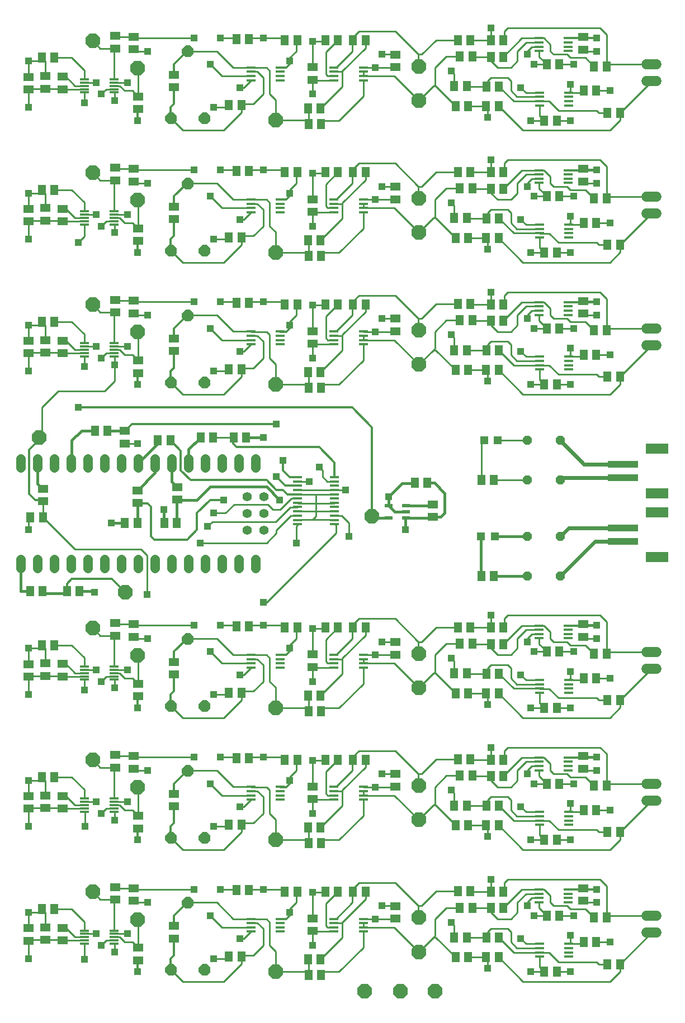
<source format=gtl>
G75*
%MOIN*%
%OFA0B0*%
%FSLAX25Y25*%
%IPPOS*%
%LPD*%
%AMOC8*
5,1,8,0,0,1.08239X$1,22.5*
%
%ADD10R,0.04724X0.02165*%
%ADD11R,0.05118X0.05906*%
%ADD12R,0.05906X0.05118*%
%ADD13R,0.05600X0.01200*%
%ADD14R,0.18110X0.03937*%
%ADD15R,0.13386X0.06299*%
%ADD16C,0.06000*%
%ADD17R,0.05400X0.01800*%
%ADD18OC8,0.07000*%
%ADD19OC8,0.08500*%
%ADD20R,0.05800X0.01400*%
%ADD21OC8,0.05600*%
%ADD22R,0.04724X0.04724*%
%ADD23R,0.05118X0.06299*%
%ADD24C,0.05550*%
%ADD25C,0.05550*%
%ADD26C,0.01600*%
%ADD27R,0.04362X0.04362*%
%ADD28C,0.01000*%
%ADD29C,0.01200*%
%ADD30C,0.02400*%
D10*
X0277169Y0412154D03*
X0277169Y0419635D03*
X0287406Y0419635D03*
X0287406Y0415894D03*
X0287406Y0412154D03*
D11*
X0292720Y0433257D03*
X0300201Y0433257D03*
X0316933Y0500619D03*
X0324413Y0500619D03*
X0335201Y0500619D03*
X0342681Y0500619D03*
X0342839Y0512233D03*
X0335358Y0512233D03*
X0323705Y0512430D03*
X0316224Y0512430D03*
X0319531Y0530146D03*
X0327012Y0530146D03*
X0325752Y0539989D03*
X0318272Y0539989D03*
X0338035Y0539792D03*
X0345516Y0539792D03*
X0345437Y0529950D03*
X0337957Y0529950D03*
X0371382Y0525422D03*
X0378862Y0525422D03*
X0393429Y0509674D03*
X0400909Y0509674D03*
X0399531Y0524241D03*
X0407012Y0524241D03*
X0407563Y0496485D03*
X0415043Y0496485D03*
X0377287Y0491957D03*
X0369807Y0491957D03*
X0369807Y0570698D03*
X0377287Y0570698D03*
X0393429Y0588414D03*
X0400909Y0588414D03*
X0399531Y0602981D03*
X0407012Y0602981D03*
X0407563Y0575225D03*
X0415043Y0575225D03*
X0378862Y0604162D03*
X0371382Y0604162D03*
X0345437Y0608690D03*
X0337957Y0608690D03*
X0338035Y0618532D03*
X0345516Y0618532D03*
X0325752Y0618729D03*
X0318272Y0618729D03*
X0319531Y0608887D03*
X0327012Y0608887D03*
X0323705Y0591170D03*
X0324413Y0579359D03*
X0316933Y0579359D03*
X0316224Y0591170D03*
X0335358Y0590973D03*
X0335201Y0579359D03*
X0342681Y0579359D03*
X0342839Y0590973D03*
X0369807Y0649438D03*
X0377287Y0649438D03*
X0393429Y0667154D03*
X0400909Y0667154D03*
X0399531Y0681721D03*
X0407012Y0681721D03*
X0407563Y0653965D03*
X0415043Y0653965D03*
X0378862Y0682902D03*
X0371382Y0682902D03*
X0345437Y0687430D03*
X0337957Y0687430D03*
X0338035Y0697272D03*
X0345516Y0697272D03*
X0325752Y0697469D03*
X0318272Y0697469D03*
X0319531Y0687627D03*
X0327012Y0687627D03*
X0323705Y0669910D03*
X0316224Y0669910D03*
X0316933Y0658099D03*
X0324413Y0658099D03*
X0335201Y0658099D03*
X0342681Y0658099D03*
X0342839Y0669713D03*
X0335358Y0669713D03*
X0263272Y0697272D03*
X0255791Y0697272D03*
X0246776Y0697272D03*
X0239295Y0697272D03*
X0222602Y0697272D03*
X0215122Y0697272D03*
X0193823Y0698060D03*
X0186343Y0698060D03*
X0189295Y0658493D03*
X0181815Y0658493D03*
X0186343Y0619320D03*
X0193823Y0619320D03*
X0215122Y0618532D03*
X0222602Y0618532D03*
X0239295Y0618532D03*
X0246776Y0618532D03*
X0255791Y0618532D03*
X0263272Y0618532D03*
X0236815Y0647469D03*
X0236500Y0656721D03*
X0229020Y0656721D03*
X0229335Y0647469D03*
X0229020Y0577981D03*
X0236500Y0577981D03*
X0236815Y0568729D03*
X0229335Y0568729D03*
X0222602Y0539792D03*
X0215122Y0539792D03*
X0193823Y0540580D03*
X0186343Y0540580D03*
X0189295Y0579753D03*
X0181815Y0579753D03*
X0239295Y0539792D03*
X0246776Y0539792D03*
X0255791Y0539792D03*
X0263272Y0539792D03*
X0236500Y0499241D03*
X0236815Y0489989D03*
X0229335Y0489989D03*
X0229020Y0499241D03*
X0192248Y0460461D03*
X0184768Y0460461D03*
X0172563Y0460461D03*
X0165083Y0460461D03*
X0146972Y0458493D03*
X0139492Y0458493D03*
X0109571Y0464398D03*
X0102091Y0464398D03*
X0119807Y0409280D03*
X0127287Y0409280D03*
X0143429Y0409280D03*
X0150909Y0409280D03*
X0186343Y0347666D03*
X0193823Y0347666D03*
X0215122Y0346879D03*
X0222602Y0346879D03*
X0239295Y0346879D03*
X0246776Y0346879D03*
X0255791Y0346879D03*
X0263272Y0346879D03*
X0236500Y0306328D03*
X0236815Y0297076D03*
X0229335Y0297076D03*
X0229020Y0306328D03*
X0222602Y0268139D03*
X0215122Y0268139D03*
X0193823Y0268926D03*
X0186343Y0268926D03*
X0189295Y0308099D03*
X0181815Y0308099D03*
X0181815Y0229359D03*
X0189295Y0229359D03*
X0186343Y0190186D03*
X0193823Y0190186D03*
X0215122Y0189398D03*
X0222602Y0189398D03*
X0239295Y0189398D03*
X0246776Y0189398D03*
X0255791Y0189398D03*
X0263272Y0189398D03*
X0236815Y0218335D03*
X0236500Y0227587D03*
X0229020Y0227587D03*
X0229335Y0218335D03*
X0239295Y0268139D03*
X0246776Y0268139D03*
X0255791Y0268139D03*
X0263272Y0268139D03*
X0316224Y0240776D03*
X0323705Y0240776D03*
X0335358Y0240580D03*
X0342839Y0240580D03*
X0342681Y0228965D03*
X0335201Y0228965D03*
X0324413Y0228965D03*
X0316933Y0228965D03*
X0319531Y0258493D03*
X0327012Y0258493D03*
X0325752Y0268335D03*
X0318272Y0268335D03*
X0338035Y0268139D03*
X0345516Y0268139D03*
X0345437Y0258296D03*
X0337957Y0258296D03*
X0371382Y0253769D03*
X0378862Y0253769D03*
X0393429Y0238020D03*
X0400909Y0238020D03*
X0399531Y0252587D03*
X0407012Y0252587D03*
X0407563Y0224831D03*
X0415043Y0224831D03*
X0377287Y0220304D03*
X0369807Y0220304D03*
X0345516Y0189398D03*
X0338035Y0189398D03*
X0337957Y0179556D03*
X0345437Y0179556D03*
X0342839Y0161839D03*
X0342681Y0150225D03*
X0335201Y0150225D03*
X0335358Y0161839D03*
X0323705Y0162036D03*
X0324413Y0150225D03*
X0316933Y0150225D03*
X0316224Y0162036D03*
X0319531Y0179753D03*
X0327012Y0179753D03*
X0325752Y0189595D03*
X0318272Y0189595D03*
X0371382Y0175028D03*
X0378862Y0175028D03*
X0393429Y0159280D03*
X0400909Y0159280D03*
X0399531Y0173847D03*
X0407012Y0173847D03*
X0407563Y0146091D03*
X0415043Y0146091D03*
X0377287Y0141564D03*
X0369807Y0141564D03*
X0369807Y0299044D03*
X0377287Y0299044D03*
X0393429Y0316761D03*
X0400909Y0316761D03*
X0399531Y0331328D03*
X0407012Y0331328D03*
X0407563Y0303572D03*
X0415043Y0303572D03*
X0378862Y0332509D03*
X0371382Y0332509D03*
X0345437Y0337036D03*
X0337957Y0337036D03*
X0338035Y0346879D03*
X0345516Y0346879D03*
X0342839Y0319320D03*
X0335358Y0319320D03*
X0335201Y0307706D03*
X0342681Y0307706D03*
X0324413Y0307706D03*
X0316933Y0307706D03*
X0316224Y0319517D03*
X0323705Y0319517D03*
X0327012Y0337233D03*
X0319531Y0337233D03*
X0318272Y0347076D03*
X0325752Y0347076D03*
X0236500Y0148847D03*
X0229020Y0148847D03*
X0229335Y0139595D03*
X0236815Y0139595D03*
X0189295Y0150619D03*
X0181815Y0150619D03*
X0077878Y0178965D03*
X0070398Y0178965D03*
X0070398Y0257706D03*
X0077878Y0257706D03*
X0077878Y0336446D03*
X0070398Y0336446D03*
X0070909Y0368532D03*
X0063429Y0368532D03*
X0085280Y0368532D03*
X0092760Y0368532D03*
X0070949Y0412627D03*
X0063469Y0412627D03*
X0070398Y0529359D03*
X0077878Y0529359D03*
X0077878Y0608099D03*
X0070398Y0608099D03*
X0070398Y0686839D03*
X0077878Y0686839D03*
X0181815Y0501013D03*
X0189295Y0501013D03*
D12*
X0149138Y0511839D03*
X0149138Y0519320D03*
X0127839Y0506249D03*
X0127839Y0498769D03*
X0119610Y0464202D03*
X0119610Y0456721D03*
X0127484Y0428769D03*
X0127484Y0421288D03*
X0151106Y0423257D03*
X0151106Y0430737D03*
X0125161Y0348926D03*
X0125161Y0341446D03*
X0114059Y0342076D03*
X0114059Y0349556D03*
X0127839Y0313335D03*
X0127839Y0305855D03*
X0149138Y0318926D03*
X0149138Y0326406D03*
X0125161Y0270186D03*
X0125161Y0262706D03*
X0114059Y0263335D03*
X0114059Y0270816D03*
X0127839Y0234595D03*
X0127839Y0227115D03*
X0149138Y0240186D03*
X0149138Y0247666D03*
X0125161Y0191446D03*
X0125161Y0183965D03*
X0114059Y0184595D03*
X0114059Y0192076D03*
X0127839Y0155855D03*
X0127839Y0148375D03*
X0149138Y0161446D03*
X0149138Y0168926D03*
X0082799Y0167666D03*
X0082799Y0160186D03*
X0072366Y0160540D03*
X0072366Y0168020D03*
X0062524Y0167587D03*
X0062524Y0160107D03*
X0062524Y0238847D03*
X0062524Y0246328D03*
X0072366Y0246761D03*
X0072366Y0239280D03*
X0082799Y0238926D03*
X0082799Y0246406D03*
X0082799Y0317666D03*
X0082799Y0325146D03*
X0072366Y0325501D03*
X0072366Y0318020D03*
X0062524Y0317587D03*
X0062524Y0325068D03*
X0070988Y0422233D03*
X0070988Y0429713D03*
X0062524Y0510501D03*
X0062524Y0517981D03*
X0072366Y0518414D03*
X0072366Y0510934D03*
X0082799Y0510580D03*
X0082799Y0518060D03*
X0114059Y0534989D03*
X0114059Y0542469D03*
X0125161Y0541839D03*
X0125161Y0534359D03*
X0127839Y0577509D03*
X0127839Y0584989D03*
X0125161Y0613099D03*
X0125161Y0620580D03*
X0114059Y0621209D03*
X0114059Y0613729D03*
X0127839Y0656249D03*
X0127839Y0663729D03*
X0149138Y0669320D03*
X0149138Y0676800D03*
X0125161Y0691839D03*
X0125161Y0699320D03*
X0114059Y0699950D03*
X0114059Y0692469D03*
X0082799Y0675540D03*
X0082799Y0668060D03*
X0072366Y0668414D03*
X0072366Y0675894D03*
X0062524Y0675461D03*
X0062524Y0667981D03*
X0062524Y0596721D03*
X0062524Y0589241D03*
X0072366Y0589674D03*
X0072366Y0597154D03*
X0082799Y0596800D03*
X0082799Y0589320D03*
X0149138Y0590580D03*
X0149138Y0598060D03*
X0231815Y0594989D03*
X0231815Y0602469D03*
X0281028Y0602430D03*
X0281028Y0609910D03*
X0281028Y0681170D03*
X0281028Y0688650D03*
X0231815Y0681209D03*
X0231815Y0673729D03*
X0281028Y0531170D03*
X0281028Y0523690D03*
X0231815Y0523729D03*
X0231815Y0516249D03*
X0303272Y0420304D03*
X0303272Y0412824D03*
X0281028Y0338257D03*
X0281028Y0330776D03*
X0281028Y0259517D03*
X0281028Y0252036D03*
X0231815Y0252076D03*
X0231815Y0244595D03*
X0231815Y0173335D03*
X0231815Y0165855D03*
X0281028Y0173296D03*
X0281028Y0180776D03*
X0231815Y0323335D03*
X0231815Y0330816D03*
X0393232Y0341406D03*
X0393232Y0348887D03*
X0393232Y0270146D03*
X0393232Y0262666D03*
X0393232Y0191406D03*
X0393232Y0183926D03*
X0393232Y0534320D03*
X0393232Y0541800D03*
X0393232Y0613060D03*
X0393232Y0620540D03*
X0393232Y0691800D03*
X0393232Y0699280D03*
D13*
X0113253Y0674007D03*
X0113253Y0672107D03*
X0113253Y0670107D03*
X0113253Y0668107D03*
X0113253Y0666207D03*
X0095653Y0666207D03*
X0095653Y0668107D03*
X0095653Y0670107D03*
X0095653Y0672107D03*
X0095653Y0674007D03*
X0095653Y0595267D03*
X0095653Y0593367D03*
X0095653Y0591367D03*
X0095653Y0589367D03*
X0095653Y0587467D03*
X0113253Y0587467D03*
X0113253Y0589367D03*
X0113253Y0591367D03*
X0113253Y0593367D03*
X0113253Y0595267D03*
X0113253Y0516527D03*
X0113253Y0514627D03*
X0113253Y0512627D03*
X0113253Y0510627D03*
X0113253Y0508727D03*
X0095653Y0508727D03*
X0095653Y0510627D03*
X0095653Y0512627D03*
X0095653Y0514627D03*
X0095653Y0516527D03*
X0095653Y0323613D03*
X0095653Y0321713D03*
X0095653Y0319713D03*
X0095653Y0317713D03*
X0095653Y0315813D03*
X0113253Y0315813D03*
X0113253Y0317713D03*
X0113253Y0319713D03*
X0113253Y0321713D03*
X0113253Y0323613D03*
X0113253Y0244873D03*
X0113253Y0242973D03*
X0113253Y0240973D03*
X0113253Y0238973D03*
X0113253Y0237073D03*
X0095653Y0237073D03*
X0095653Y0238973D03*
X0095653Y0240973D03*
X0095653Y0242973D03*
X0095653Y0244873D03*
X0095653Y0166133D03*
X0095653Y0164233D03*
X0095653Y0162233D03*
X0095653Y0160233D03*
X0095653Y0158333D03*
X0113253Y0158333D03*
X0113253Y0160233D03*
X0113253Y0162233D03*
X0113253Y0164233D03*
X0113253Y0166133D03*
D14*
X0416776Y0398454D03*
X0416776Y0406328D03*
X0416776Y0436446D03*
X0416776Y0444320D03*
D15*
X0437248Y0453769D03*
X0437248Y0426997D03*
X0437248Y0415776D03*
X0437248Y0389005D03*
D16*
X0436783Y0332430D02*
X0430783Y0332430D01*
X0430783Y0322430D02*
X0436783Y0322430D01*
X0436783Y0253690D02*
X0430783Y0253690D01*
X0430783Y0243690D02*
X0436783Y0243690D01*
X0436783Y0174950D02*
X0430783Y0174950D01*
X0430783Y0164950D02*
X0436783Y0164950D01*
X0436783Y0515343D02*
X0430783Y0515343D01*
X0430783Y0525343D02*
X0436783Y0525343D01*
X0436783Y0594083D02*
X0430783Y0594083D01*
X0430783Y0604083D02*
X0436783Y0604083D01*
X0436783Y0672824D02*
X0430783Y0672824D01*
X0430783Y0682824D02*
X0436783Y0682824D01*
D17*
X0384216Y0690913D03*
X0384216Y0693413D03*
X0384216Y0696013D03*
X0384216Y0698513D03*
X0366816Y0698513D03*
X0366816Y0696013D03*
X0366816Y0693413D03*
X0366816Y0690913D03*
X0367013Y0666033D03*
X0367013Y0663533D03*
X0367013Y0660933D03*
X0367013Y0658433D03*
X0384413Y0658433D03*
X0384413Y0660933D03*
X0384413Y0663533D03*
X0384413Y0666033D03*
X0384216Y0619773D03*
X0384216Y0617273D03*
X0384216Y0614673D03*
X0384216Y0612173D03*
X0384413Y0587293D03*
X0384413Y0584793D03*
X0384413Y0582193D03*
X0384413Y0579693D03*
X0367013Y0579693D03*
X0367013Y0582193D03*
X0367013Y0584793D03*
X0367013Y0587293D03*
X0366816Y0612173D03*
X0366816Y0614673D03*
X0366816Y0617273D03*
X0366816Y0619773D03*
X0366816Y0541033D03*
X0366816Y0538533D03*
X0366816Y0535933D03*
X0366816Y0533433D03*
X0384216Y0533433D03*
X0384216Y0535933D03*
X0384216Y0538533D03*
X0384216Y0541033D03*
X0384413Y0508553D03*
X0384413Y0506053D03*
X0384413Y0503453D03*
X0384413Y0500953D03*
X0367013Y0500953D03*
X0367013Y0503453D03*
X0367013Y0506053D03*
X0367013Y0508553D03*
X0366816Y0348120D03*
X0366816Y0345620D03*
X0366816Y0343020D03*
X0366816Y0340520D03*
X0384216Y0340520D03*
X0384216Y0343020D03*
X0384216Y0345620D03*
X0384216Y0348120D03*
X0384413Y0315639D03*
X0384413Y0313139D03*
X0384413Y0310539D03*
X0384413Y0308039D03*
X0367013Y0308039D03*
X0367013Y0310539D03*
X0367013Y0313139D03*
X0367013Y0315639D03*
X0366816Y0269380D03*
X0366816Y0266880D03*
X0366816Y0264280D03*
X0366816Y0261780D03*
X0367013Y0236899D03*
X0367013Y0234399D03*
X0367013Y0231799D03*
X0367013Y0229299D03*
X0384413Y0229299D03*
X0384413Y0231799D03*
X0384413Y0234399D03*
X0384413Y0236899D03*
X0384216Y0261780D03*
X0384216Y0264280D03*
X0384216Y0266880D03*
X0384216Y0269380D03*
X0384216Y0190639D03*
X0384216Y0188139D03*
X0384216Y0185539D03*
X0384216Y0183039D03*
X0384413Y0158159D03*
X0384413Y0155659D03*
X0384413Y0153059D03*
X0384413Y0150559D03*
X0367013Y0150559D03*
X0367013Y0153059D03*
X0367013Y0155659D03*
X0367013Y0158159D03*
X0366816Y0183039D03*
X0366816Y0185539D03*
X0366816Y0188139D03*
X0366816Y0190639D03*
X0261972Y0173120D03*
X0261972Y0170620D03*
X0261972Y0168020D03*
X0261972Y0165520D03*
X0244572Y0165520D03*
X0244572Y0168020D03*
X0244572Y0170620D03*
X0244572Y0173120D03*
X0212365Y0173120D03*
X0212365Y0170620D03*
X0212365Y0168020D03*
X0212365Y0165520D03*
X0194965Y0165520D03*
X0194965Y0168020D03*
X0194965Y0170620D03*
X0194965Y0173120D03*
X0194965Y0244260D03*
X0194965Y0246760D03*
X0194965Y0249360D03*
X0194965Y0251860D03*
X0212365Y0251860D03*
X0212365Y0249360D03*
X0212365Y0246760D03*
X0212365Y0244260D03*
X0244572Y0244260D03*
X0244572Y0246760D03*
X0244572Y0249360D03*
X0244572Y0251860D03*
X0261972Y0251860D03*
X0261972Y0249360D03*
X0261972Y0246760D03*
X0261972Y0244260D03*
X0261972Y0323000D03*
X0261972Y0325500D03*
X0261972Y0328100D03*
X0261972Y0330600D03*
X0244572Y0330600D03*
X0244572Y0328100D03*
X0244572Y0325500D03*
X0244572Y0323000D03*
X0212365Y0323000D03*
X0212365Y0325500D03*
X0212365Y0328100D03*
X0212365Y0330600D03*
X0194965Y0330600D03*
X0194965Y0328100D03*
X0194965Y0325500D03*
X0194965Y0323000D03*
X0194965Y0515913D03*
X0194965Y0518413D03*
X0194965Y0521013D03*
X0194965Y0523513D03*
X0212365Y0523513D03*
X0212365Y0521013D03*
X0212365Y0518413D03*
X0212365Y0515913D03*
X0244572Y0515913D03*
X0244572Y0518413D03*
X0244572Y0521013D03*
X0244572Y0523513D03*
X0261972Y0523513D03*
X0261972Y0521013D03*
X0261972Y0518413D03*
X0261972Y0515913D03*
X0261972Y0594654D03*
X0261972Y0597154D03*
X0261972Y0599754D03*
X0261972Y0602254D03*
X0244572Y0602254D03*
X0244572Y0599754D03*
X0244572Y0597154D03*
X0244572Y0594654D03*
X0212365Y0594654D03*
X0212365Y0597154D03*
X0212365Y0599754D03*
X0212365Y0602254D03*
X0194965Y0602254D03*
X0194965Y0599754D03*
X0194965Y0597154D03*
X0194965Y0594654D03*
X0194965Y0673394D03*
X0194965Y0675894D03*
X0194965Y0678494D03*
X0194965Y0680994D03*
X0212365Y0680994D03*
X0212365Y0678494D03*
X0212365Y0675894D03*
X0212365Y0673394D03*
X0244572Y0673394D03*
X0244572Y0675894D03*
X0244572Y0678494D03*
X0244572Y0680994D03*
X0261972Y0680994D03*
X0261972Y0678494D03*
X0261972Y0675894D03*
X0261972Y0673394D03*
D18*
X0167287Y0650501D03*
X0147287Y0650501D03*
X0157287Y0611761D03*
X0147287Y0571761D03*
X0167287Y0571761D03*
X0157287Y0533020D03*
X0147287Y0493020D03*
X0167287Y0493020D03*
X0157287Y0340107D03*
X0147287Y0300107D03*
X0167287Y0300107D03*
X0157287Y0261367D03*
X0147287Y0221367D03*
X0167287Y0221367D03*
X0157287Y0182627D03*
X0147287Y0142627D03*
X0167287Y0142627D03*
X0157287Y0690501D03*
D19*
X0127366Y0680658D03*
X0100634Y0697036D03*
X0100634Y0618296D03*
X0127366Y0601918D03*
X0100634Y0539556D03*
X0127366Y0523178D03*
X0068862Y0460186D03*
X0120043Y0367981D03*
X0100634Y0346643D03*
X0127366Y0330265D03*
X0100634Y0267902D03*
X0127366Y0251524D03*
X0100634Y0189162D03*
X0127366Y0172784D03*
X0209807Y0141603D03*
X0209807Y0220343D03*
X0209807Y0299083D03*
X0266972Y0413257D03*
X0295004Y0331367D03*
X0295161Y0310894D03*
X0295004Y0252627D03*
X0295161Y0232154D03*
X0295004Y0173887D03*
X0295161Y0153414D03*
X0304689Y0130107D03*
X0284138Y0130107D03*
X0262917Y0130107D03*
X0209807Y0491997D03*
X0209807Y0570737D03*
X0209807Y0649477D03*
X0295161Y0661288D03*
X0295004Y0681761D03*
X0295004Y0603020D03*
X0295161Y0582548D03*
X0295004Y0524280D03*
X0295161Y0503808D03*
D20*
X0244883Y0436727D03*
X0244883Y0434127D03*
X0244883Y0431627D03*
X0244883Y0429027D03*
X0244883Y0426427D03*
X0244883Y0423927D03*
X0244883Y0421327D03*
X0244883Y0418827D03*
X0244883Y0416227D03*
X0244883Y0413627D03*
X0244883Y0411127D03*
X0244883Y0408527D03*
X0222683Y0408527D03*
X0222683Y0411127D03*
X0222683Y0413627D03*
X0222683Y0416227D03*
X0222683Y0418827D03*
X0222683Y0421327D03*
X0222683Y0423927D03*
X0222683Y0426427D03*
X0222683Y0429027D03*
X0222683Y0431627D03*
X0222683Y0434127D03*
X0222683Y0436727D03*
D21*
X0359810Y0434882D03*
X0359810Y0458482D03*
X0379410Y0458482D03*
X0379410Y0434882D03*
X0379410Y0401395D03*
X0379410Y0377795D03*
X0359810Y0377795D03*
X0359810Y0401395D03*
D22*
X0340280Y0401406D03*
X0332012Y0401406D03*
X0333980Y0458493D03*
X0342248Y0458493D03*
D23*
X0339886Y0434871D03*
X0332406Y0434871D03*
X0332406Y0377784D03*
X0339886Y0377784D03*
D24*
X0197917Y0382254D02*
X0197917Y0387803D01*
X0187917Y0387803D02*
X0187917Y0382254D01*
X0177917Y0382254D02*
X0177917Y0387803D01*
X0167917Y0387803D02*
X0167917Y0382254D01*
X0157917Y0382254D02*
X0157917Y0387803D01*
X0147917Y0387803D02*
X0147917Y0382254D01*
X0137917Y0382254D02*
X0137917Y0387803D01*
X0127917Y0387803D02*
X0127917Y0382254D01*
X0117917Y0382254D02*
X0117917Y0387803D01*
X0107917Y0387803D02*
X0107917Y0382254D01*
X0097917Y0382254D02*
X0097917Y0387803D01*
X0087917Y0387803D02*
X0087917Y0382254D01*
X0077917Y0382254D02*
X0077917Y0387803D01*
X0067917Y0387803D02*
X0067917Y0382254D01*
X0057917Y0382254D02*
X0057917Y0387803D01*
X0057917Y0442254D02*
X0057917Y0447803D01*
X0067917Y0447803D02*
X0067917Y0442254D01*
X0077917Y0442254D02*
X0077917Y0447803D01*
X0087917Y0447803D02*
X0087917Y0442254D01*
X0097917Y0442254D02*
X0097917Y0447803D01*
X0107917Y0447803D02*
X0107917Y0442254D01*
X0117917Y0442254D02*
X0117917Y0447803D01*
X0127917Y0447803D02*
X0127917Y0442254D01*
X0137917Y0442254D02*
X0137917Y0447803D01*
X0147917Y0447803D02*
X0147917Y0442254D01*
X0157917Y0442254D02*
X0157917Y0447803D01*
X0167917Y0447803D02*
X0167917Y0442254D01*
X0177917Y0442254D02*
X0177917Y0447803D01*
X0187917Y0447803D02*
X0187917Y0442254D01*
X0197917Y0442254D02*
X0197917Y0447803D01*
D25*
X0192917Y0425028D03*
X0192917Y0415028D03*
X0192917Y0405028D03*
X0202917Y0405028D03*
X0202917Y0415028D03*
X0202917Y0425028D03*
D26*
X0204256Y0430934D02*
X0212130Y0423060D01*
X0204256Y0430934D02*
X0170791Y0430934D01*
X0162917Y0423060D01*
X0151303Y0423060D01*
X0151106Y0423257D01*
X0150516Y0422666D02*
X0150909Y0422272D01*
X0150909Y0409280D01*
X0143429Y0409280D02*
X0143232Y0409280D01*
X0143232Y0417154D01*
X0151106Y0430737D02*
X0147917Y0433926D01*
X0147917Y0445028D01*
X0137917Y0445028D02*
X0137917Y0439202D01*
X0127484Y0428769D01*
X0127484Y0421288D02*
X0127484Y0409280D01*
X0127287Y0409280D01*
X0119807Y0409280D02*
X0111736Y0409280D01*
X0127917Y0445028D02*
X0139492Y0456603D01*
X0139492Y0458493D01*
X0157917Y0453296D02*
X0157917Y0445028D01*
X0157917Y0453296D02*
X0165083Y0460461D01*
X0192248Y0460461D02*
X0202287Y0460461D01*
X0266972Y0413257D02*
X0268075Y0412154D01*
X0277169Y0412154D01*
X0280909Y0415894D02*
X0277169Y0419635D01*
X0277169Y0425107D01*
X0284965Y0432902D01*
X0292366Y0432902D01*
X0292720Y0433257D01*
X0300201Y0433257D02*
X0304295Y0433257D01*
X0310555Y0426997D01*
X0310555Y0415186D01*
X0308193Y0412824D01*
X0303272Y0412824D01*
X0302209Y0412154D01*
X0287406Y0412154D01*
X0286933Y0411682D01*
X0286933Y0405343D01*
X0287406Y0415894D02*
X0280909Y0415894D01*
X0287406Y0419635D02*
X0302996Y0419635D01*
X0303272Y0420304D01*
X0332012Y0401406D02*
X0332012Y0377784D01*
X0332406Y0377784D01*
X0340083Y0377784D02*
X0359768Y0377784D01*
X0359768Y0401406D02*
X0340083Y0401406D01*
X0119610Y0464202D02*
X0109768Y0464202D01*
X0109571Y0464398D01*
X0102091Y0464398D02*
X0094020Y0464398D01*
X0088114Y0458493D01*
X0088114Y0445225D01*
X0087917Y0445028D01*
X0070988Y0429713D02*
X0067917Y0432784D01*
X0067917Y0445028D01*
X0057917Y0385028D02*
X0057917Y0368532D01*
X0063429Y0368532D01*
X0071972Y0367469D02*
X0085280Y0367469D01*
X0085280Y0368532D01*
X0092760Y0368532D02*
X0101894Y0368532D01*
X0101894Y0367942D01*
D27*
X0062524Y0149438D03*
X0062524Y0176997D03*
X0095594Y0149044D03*
X0105831Y0157312D03*
X0102878Y0164202D03*
X0113705Y0153375D03*
X0121579Y0164202D03*
X0133390Y0182902D03*
X0160949Y0190776D03*
X0170791Y0175028D03*
X0176697Y0190776D03*
X0188508Y0161249D03*
X0172760Y0149438D03*
X0202287Y0190776D03*
X0218035Y0176997D03*
X0231815Y0188808D03*
X0231815Y0157312D03*
X0269217Y0173060D03*
X0273154Y0180934D03*
X0231815Y0236052D03*
X0218035Y0255737D03*
X0231815Y0267548D03*
X0202287Y0269517D03*
X0188508Y0239989D03*
X0172760Y0228178D03*
X0170791Y0253769D03*
X0176697Y0269517D03*
X0160949Y0269517D03*
X0133390Y0261643D03*
X0121579Y0242942D03*
X0113705Y0232115D03*
X0105831Y0236052D03*
X0102878Y0242942D03*
X0095988Y0228178D03*
X0127484Y0220304D03*
X0127484Y0141564D03*
X0062524Y0228178D03*
X0062524Y0255737D03*
X0062524Y0306918D03*
X0062524Y0334477D03*
X0095594Y0309674D03*
X0105831Y0314792D03*
X0102878Y0321682D03*
X0113705Y0310855D03*
X0121579Y0321682D03*
X0133390Y0340383D03*
X0132996Y0366761D03*
X0160949Y0348257D03*
X0170791Y0332509D03*
X0176697Y0348257D03*
X0188508Y0318729D03*
X0172760Y0306918D03*
X0202287Y0348257D03*
X0202287Y0362036D03*
X0218035Y0334477D03*
X0231815Y0346288D03*
X0231815Y0314792D03*
X0269217Y0330540D03*
X0273154Y0338414D03*
X0314492Y0328572D03*
X0336146Y0301013D03*
X0338114Y0275422D03*
X0359768Y0259674D03*
X0363705Y0253769D03*
X0355831Y0239989D03*
X0361736Y0220304D03*
X0338114Y0196682D03*
X0336146Y0222272D03*
X0314492Y0249831D03*
X0273154Y0259674D03*
X0269217Y0251800D03*
X0314492Y0171091D03*
X0336146Y0143532D03*
X0355831Y0161249D03*
X0363705Y0175028D03*
X0359768Y0180934D03*
X0385358Y0163217D03*
X0387327Y0175028D03*
X0401106Y0182902D03*
X0401106Y0190776D03*
X0408980Y0159280D03*
X0385358Y0141564D03*
X0361736Y0141564D03*
X0385358Y0220304D03*
X0385358Y0241957D03*
X0387327Y0253769D03*
X0401106Y0261643D03*
X0401106Y0269517D03*
X0408980Y0238020D03*
X0385358Y0299044D03*
X0385358Y0320698D03*
X0387327Y0332509D03*
X0401106Y0340383D03*
X0401106Y0348257D03*
X0408980Y0316761D03*
X0363705Y0332509D03*
X0359768Y0338414D03*
X0355831Y0318729D03*
X0361736Y0299044D03*
X0338114Y0354162D03*
X0286933Y0405343D03*
X0277169Y0425107D03*
X0251500Y0428965D03*
X0235752Y0442745D03*
X0229846Y0433887D03*
X0214098Y0446682D03*
X0210161Y0436839D03*
X0212130Y0423060D03*
X0221972Y0397469D03*
X0253469Y0401406D03*
X0210161Y0468335D03*
X0202287Y0460461D03*
X0178665Y0423060D03*
X0172760Y0415186D03*
X0169217Y0407312D03*
X0164886Y0397469D03*
X0143232Y0417154D03*
X0127484Y0456524D03*
X0127484Y0491957D03*
X0113705Y0503769D03*
X0121579Y0514595D03*
X0105831Y0507706D03*
X0102878Y0514595D03*
X0095594Y0502587D03*
X0092051Y0478178D03*
X0062524Y0499831D03*
X0062524Y0527391D03*
X0092051Y0576603D03*
X0105831Y0586446D03*
X0102878Y0593335D03*
X0113705Y0582509D03*
X0121579Y0593335D03*
X0133390Y0612036D03*
X0160949Y0619910D03*
X0170791Y0604162D03*
X0176697Y0619910D03*
X0188508Y0590383D03*
X0172760Y0578572D03*
X0176697Y0541170D03*
X0170791Y0525422D03*
X0160949Y0541170D03*
X0133390Y0533296D03*
X0127484Y0570698D03*
X0127484Y0649438D03*
X0113705Y0661249D03*
X0121579Y0672076D03*
X0105831Y0665186D03*
X0102878Y0672076D03*
X0095594Y0660068D03*
X0062524Y0657312D03*
X0062524Y0684871D03*
X0062524Y0606131D03*
X0062524Y0578572D03*
X0133390Y0690776D03*
X0160949Y0698650D03*
X0170791Y0682902D03*
X0176697Y0698650D03*
X0188508Y0669123D03*
X0172760Y0657312D03*
X0202287Y0619910D03*
X0218035Y0606131D03*
X0231815Y0617942D03*
X0231815Y0586446D03*
X0202287Y0541170D03*
X0218035Y0527391D03*
X0231815Y0539202D03*
X0231815Y0507706D03*
X0269217Y0523454D03*
X0273154Y0531328D03*
X0314492Y0521485D03*
X0336146Y0493926D03*
X0355831Y0511643D03*
X0363705Y0525422D03*
X0359768Y0531328D03*
X0338114Y0547076D03*
X0336146Y0572666D03*
X0355831Y0590383D03*
X0363705Y0604162D03*
X0359768Y0610068D03*
X0338114Y0625816D03*
X0336146Y0651406D03*
X0355831Y0669123D03*
X0363705Y0682902D03*
X0359768Y0688808D03*
X0338114Y0704556D03*
X0314492Y0678965D03*
X0273154Y0688808D03*
X0269217Y0680934D03*
X0231815Y0696682D03*
X0218035Y0684871D03*
X0202287Y0698650D03*
X0231815Y0665186D03*
X0273154Y0610068D03*
X0269217Y0602194D03*
X0314492Y0600225D03*
X0361736Y0570698D03*
X0385358Y0570698D03*
X0385358Y0592351D03*
X0387327Y0604162D03*
X0401106Y0612036D03*
X0401106Y0619910D03*
X0408980Y0588414D03*
X0401106Y0541170D03*
X0401106Y0533296D03*
X0387327Y0525422D03*
X0385358Y0513611D03*
X0385358Y0491957D03*
X0361736Y0491957D03*
X0408980Y0509674D03*
X0385358Y0649438D03*
X0385358Y0671091D03*
X0387327Y0682902D03*
X0401106Y0690776D03*
X0401106Y0698650D03*
X0408980Y0667154D03*
X0361736Y0649438D03*
X0188508Y0511643D03*
X0172760Y0499831D03*
X0111736Y0409280D03*
X0101894Y0367942D03*
X0062524Y0405343D03*
X0127484Y0299044D03*
D28*
X0127839Y0313335D02*
X0124413Y0316761D01*
X0119610Y0316761D01*
X0116657Y0319713D01*
X0113253Y0319713D01*
X0113221Y0317745D02*
X0108783Y0317745D01*
X0105831Y0314792D01*
X0102878Y0321682D02*
X0095684Y0321682D01*
X0095653Y0321713D01*
X0095653Y0323613D02*
X0095653Y0328907D01*
X0088114Y0336446D01*
X0077878Y0336446D01*
X0072366Y0334477D02*
X0072366Y0325501D01*
X0072366Y0318020D02*
X0062957Y0318020D01*
X0062524Y0317587D01*
X0062524Y0306918D01*
X0072366Y0318020D02*
X0082445Y0318020D01*
X0082799Y0317666D01*
X0082846Y0317713D01*
X0095653Y0317713D01*
X0095653Y0315813D02*
X0095594Y0315755D01*
X0095594Y0309674D01*
X0095653Y0319713D02*
X0090083Y0319713D01*
X0084650Y0325146D01*
X0082799Y0325146D01*
X0072366Y0334477D02*
X0070398Y0336446D01*
X0068429Y0334477D01*
X0062524Y0334477D01*
X0062524Y0325068D01*
X0071972Y0367469D02*
X0070909Y0368532D01*
X0090043Y0393532D02*
X0129453Y0393532D01*
X0132996Y0389989D01*
X0132996Y0366761D01*
X0125161Y0348926D02*
X0125831Y0348257D01*
X0160949Y0348257D01*
X0157563Y0340383D02*
X0174728Y0340383D01*
X0184511Y0330600D01*
X0194965Y0330600D01*
X0195025Y0330540D01*
X0204256Y0330540D01*
X0206224Y0328572D01*
X0206224Y0314792D01*
X0209807Y0311209D01*
X0209807Y0299083D01*
X0227327Y0299083D01*
X0229335Y0297076D01*
X0229335Y0306013D01*
X0229020Y0306328D01*
X0231815Y0314792D02*
X0231815Y0323335D01*
X0232150Y0323000D01*
X0244572Y0323000D01*
X0244572Y0325500D02*
X0240792Y0325500D01*
X0239689Y0326603D01*
X0239689Y0339792D01*
X0246776Y0346879D01*
X0239689Y0346485D02*
X0239689Y0346288D01*
X0231815Y0346288D01*
X0231815Y0330816D01*
X0231815Y0330540D01*
X0244572Y0330600D02*
X0245654Y0330600D01*
X0255437Y0340383D01*
X0255437Y0346524D01*
X0255791Y0346879D01*
X0255791Y0348611D01*
X0259374Y0352194D01*
X0281028Y0352194D01*
X0294807Y0338414D01*
X0296776Y0338414D01*
X0305437Y0347076D01*
X0318272Y0347076D01*
X0325752Y0347076D02*
X0325949Y0346879D01*
X0338035Y0346879D01*
X0338114Y0346957D01*
X0338114Y0354162D01*
X0345988Y0352194D02*
X0345988Y0347351D01*
X0345516Y0346879D01*
X0345988Y0352194D02*
X0347957Y0354162D01*
X0403075Y0354162D01*
X0407012Y0350225D01*
X0407012Y0331328D01*
X0408114Y0332430D01*
X0433783Y0332430D01*
X0433783Y0322430D02*
X0433783Y0322312D01*
X0415043Y0303572D01*
X0415043Y0299202D01*
X0408980Y0293139D01*
X0357248Y0293139D01*
X0342681Y0307706D01*
X0351619Y0310539D02*
X0367013Y0310539D01*
X0367091Y0310461D01*
X0372760Y0310461D01*
X0378272Y0304950D01*
X0401106Y0304950D01*
X0402484Y0303572D01*
X0407563Y0303572D01*
X0408980Y0316761D02*
X0400909Y0316761D01*
X0393429Y0316761D02*
X0392308Y0315639D01*
X0384413Y0315639D01*
X0385358Y0316585D01*
X0385358Y0320698D01*
X0387327Y0332509D02*
X0378862Y0332509D01*
X0375516Y0338414D02*
X0373547Y0340383D01*
X0373547Y0344320D01*
X0369747Y0348120D01*
X0366816Y0348120D01*
X0356520Y0348120D01*
X0345437Y0337036D01*
X0338114Y0336879D02*
X0338114Y0334477D01*
X0342051Y0330540D01*
X0349925Y0330540D01*
X0353862Y0334477D01*
X0353862Y0340383D01*
X0359099Y0345620D01*
X0366816Y0345620D01*
X0366816Y0343020D02*
X0362405Y0343020D01*
X0359768Y0340383D01*
X0359768Y0338414D01*
X0363705Y0332509D02*
X0371382Y0332509D01*
X0366816Y0337075D01*
X0366816Y0340520D01*
X0375516Y0338414D02*
X0383390Y0338414D01*
X0385358Y0336446D01*
X0394413Y0336446D01*
X0399531Y0331328D01*
X0401106Y0340383D02*
X0394256Y0340383D01*
X0393232Y0341406D01*
X0384353Y0348257D02*
X0384216Y0348120D01*
X0367013Y0315639D02*
X0358920Y0315639D01*
X0355831Y0318729D01*
X0353546Y0313139D02*
X0349925Y0316761D01*
X0349925Y0322666D01*
X0347957Y0324635D01*
X0338114Y0324635D01*
X0336146Y0322666D01*
X0336146Y0320107D01*
X0335358Y0319320D01*
X0323902Y0319320D01*
X0323705Y0319517D01*
X0316224Y0319517D02*
X0316224Y0326839D01*
X0314492Y0328572D01*
X0311343Y0337233D02*
X0319531Y0337233D01*
X0327012Y0337233D02*
X0327209Y0337036D01*
X0337957Y0337036D01*
X0338114Y0336879D01*
X0342839Y0319320D02*
X0351619Y0310539D01*
X0353546Y0313139D02*
X0367013Y0313139D01*
X0367013Y0308039D02*
X0367013Y0301839D01*
X0369807Y0299044D01*
X0361736Y0299044D01*
X0347957Y0275422D02*
X0345988Y0273454D01*
X0345988Y0268611D01*
X0345516Y0268139D01*
X0338114Y0268217D02*
X0338114Y0275422D01*
X0338114Y0268217D02*
X0338035Y0268139D01*
X0325949Y0268139D01*
X0325752Y0268335D01*
X0318272Y0268335D02*
X0305437Y0268335D01*
X0296776Y0259674D01*
X0294807Y0259674D01*
X0281028Y0273454D01*
X0259374Y0273454D01*
X0255791Y0269871D01*
X0255791Y0268139D01*
X0255437Y0267784D01*
X0255437Y0261643D01*
X0245654Y0251860D01*
X0244572Y0251860D01*
X0244572Y0249360D02*
X0249060Y0249360D01*
X0249531Y0249831D01*
X0249531Y0240619D01*
X0236500Y0227587D01*
X0238783Y0220304D02*
X0247563Y0220304D01*
X0261972Y0234713D01*
X0261972Y0244260D01*
X0261972Y0246760D02*
X0280556Y0246760D01*
X0295161Y0232154D01*
X0303823Y0240816D01*
X0305083Y0240816D01*
X0316933Y0228965D01*
X0324413Y0228965D02*
X0335201Y0228965D01*
X0336146Y0228020D01*
X0336146Y0222272D01*
X0342681Y0228965D02*
X0357248Y0214398D01*
X0408980Y0214398D01*
X0415043Y0220461D01*
X0415043Y0224831D01*
X0433783Y0243572D01*
X0433783Y0243690D01*
X0433783Y0253690D02*
X0408114Y0253690D01*
X0407012Y0252587D01*
X0407012Y0271485D01*
X0403075Y0275422D01*
X0347957Y0275422D01*
X0356520Y0269380D02*
X0366816Y0269380D01*
X0369747Y0269380D01*
X0373547Y0265580D01*
X0373547Y0261643D01*
X0375516Y0259674D01*
X0383390Y0259674D01*
X0385358Y0257706D01*
X0394413Y0257706D01*
X0399531Y0252587D01*
X0401106Y0261643D02*
X0394256Y0261643D01*
X0393232Y0262666D01*
X0387327Y0253769D02*
X0378862Y0253769D01*
X0371382Y0253769D02*
X0363705Y0253769D01*
X0366816Y0258335D02*
X0366816Y0261780D01*
X0366816Y0264280D02*
X0362405Y0264280D01*
X0359768Y0261643D01*
X0359768Y0259674D01*
X0353862Y0261643D02*
X0353862Y0255737D01*
X0349925Y0251800D01*
X0342051Y0251800D01*
X0338114Y0255737D01*
X0338114Y0258139D01*
X0337957Y0258296D01*
X0327209Y0258296D01*
X0327012Y0258493D01*
X0319531Y0258493D02*
X0311343Y0258493D01*
X0304650Y0251800D01*
X0304650Y0241643D01*
X0303823Y0240816D01*
X0316224Y0240776D02*
X0316224Y0248099D01*
X0314492Y0249831D01*
X0323705Y0240776D02*
X0323902Y0240580D01*
X0335358Y0240580D01*
X0336146Y0241367D01*
X0336146Y0243926D01*
X0338114Y0245894D01*
X0347957Y0245894D01*
X0349925Y0243926D01*
X0349925Y0238020D01*
X0353546Y0234399D01*
X0367013Y0234399D01*
X0367013Y0236899D02*
X0358920Y0236899D01*
X0355831Y0239989D01*
X0351619Y0231799D02*
X0367013Y0231799D01*
X0367091Y0231721D01*
X0372760Y0231721D01*
X0378272Y0226209D01*
X0401106Y0226209D01*
X0402484Y0224831D01*
X0407563Y0224831D01*
X0408980Y0238020D02*
X0400909Y0238020D01*
X0393429Y0238020D02*
X0392308Y0236899D01*
X0384413Y0236899D01*
X0385358Y0237845D01*
X0385358Y0241957D01*
X0371382Y0253769D02*
X0366816Y0258335D01*
X0366816Y0266880D02*
X0359099Y0266880D01*
X0353862Y0261643D01*
X0356520Y0269380D02*
X0345437Y0258296D01*
X0342839Y0240580D02*
X0351619Y0231799D01*
X0361736Y0220304D02*
X0369807Y0220304D01*
X0367013Y0223098D01*
X0367013Y0229299D01*
X0377287Y0220304D02*
X0385358Y0220304D01*
X0403075Y0196682D02*
X0407012Y0192745D01*
X0407012Y0173847D01*
X0408114Y0174950D01*
X0433783Y0174950D01*
X0433783Y0164950D02*
X0433783Y0164831D01*
X0415043Y0146091D01*
X0415043Y0141721D01*
X0408980Y0135658D01*
X0357248Y0135658D01*
X0342681Y0150225D01*
X0351619Y0153059D02*
X0342839Y0161839D01*
X0338114Y0167154D02*
X0347957Y0167154D01*
X0349925Y0165186D01*
X0349925Y0159280D01*
X0353546Y0155659D01*
X0367013Y0155659D01*
X0367013Y0158159D02*
X0358920Y0158159D01*
X0355831Y0161249D01*
X0351619Y0153059D02*
X0367013Y0153059D01*
X0367091Y0152981D01*
X0372760Y0152981D01*
X0378272Y0147469D01*
X0401106Y0147469D01*
X0402484Y0146091D01*
X0407563Y0146091D01*
X0408980Y0159280D02*
X0400909Y0159280D01*
X0393429Y0159280D02*
X0392308Y0158159D01*
X0384413Y0158159D01*
X0385358Y0159105D01*
X0385358Y0163217D01*
X0387327Y0175028D02*
X0378862Y0175028D01*
X0375516Y0180934D02*
X0373547Y0182902D01*
X0373547Y0186839D01*
X0369747Y0190639D01*
X0366816Y0190639D01*
X0356520Y0190639D01*
X0345437Y0179556D01*
X0338114Y0179398D02*
X0338114Y0176997D01*
X0342051Y0173060D01*
X0349925Y0173060D01*
X0353862Y0176997D01*
X0353862Y0182902D01*
X0359099Y0188139D01*
X0366816Y0188139D01*
X0366816Y0185539D02*
X0362405Y0185539D01*
X0359768Y0182902D01*
X0359768Y0180934D01*
X0363705Y0175028D02*
X0371382Y0175028D01*
X0366816Y0179594D01*
X0366816Y0183039D01*
X0375516Y0180934D02*
X0383390Y0180934D01*
X0385358Y0178965D01*
X0394413Y0178965D01*
X0399531Y0173847D01*
X0401106Y0182902D02*
X0394256Y0182902D01*
X0393232Y0183926D01*
X0384353Y0190776D02*
X0384216Y0190639D01*
X0403075Y0196682D02*
X0347957Y0196682D01*
X0345988Y0194713D01*
X0345988Y0189871D01*
X0345516Y0189398D01*
X0338114Y0189477D02*
X0338114Y0196682D01*
X0338114Y0189477D02*
X0338035Y0189398D01*
X0325949Y0189398D01*
X0325752Y0189595D01*
X0318272Y0189595D02*
X0305437Y0189595D01*
X0296776Y0180934D01*
X0294807Y0180934D01*
X0281028Y0194713D01*
X0259374Y0194713D01*
X0255791Y0191131D01*
X0255791Y0189398D01*
X0255437Y0189044D01*
X0255437Y0182902D01*
X0245654Y0173120D01*
X0244572Y0173120D01*
X0244572Y0170620D02*
X0249060Y0170620D01*
X0249531Y0171091D01*
X0249531Y0161879D01*
X0236500Y0148847D01*
X0238783Y0141564D02*
X0247563Y0141564D01*
X0261972Y0155972D01*
X0261972Y0165520D01*
X0261972Y0168020D02*
X0280556Y0168020D01*
X0295161Y0153414D01*
X0303823Y0162076D01*
X0305083Y0162076D01*
X0316933Y0150225D01*
X0316224Y0162036D02*
X0316224Y0169359D01*
X0314492Y0171091D01*
X0311343Y0179753D02*
X0319531Y0179753D01*
X0327012Y0179753D02*
X0327209Y0179556D01*
X0337957Y0179556D01*
X0338114Y0179398D01*
X0338114Y0167154D02*
X0336146Y0165186D01*
X0336146Y0162627D01*
X0335358Y0161839D01*
X0323902Y0161839D01*
X0323705Y0162036D01*
X0324413Y0150225D02*
X0335201Y0150225D01*
X0336146Y0149280D01*
X0336146Y0143532D01*
X0361736Y0141564D02*
X0369807Y0141564D01*
X0367013Y0144358D01*
X0367013Y0150559D01*
X0377287Y0141564D02*
X0385358Y0141564D01*
X0311343Y0179753D02*
X0304650Y0173060D01*
X0304650Y0162902D01*
X0303823Y0162076D01*
X0295004Y0173887D02*
X0294807Y0174083D01*
X0294807Y0180934D01*
X0281028Y0180776D02*
X0280870Y0180934D01*
X0273154Y0180934D01*
X0269217Y0173060D02*
X0280791Y0173060D01*
X0281028Y0173296D01*
X0269217Y0173060D02*
X0262031Y0173060D01*
X0261972Y0173120D01*
X0261972Y0170620D02*
X0261972Y0168020D01*
X0249531Y0171091D02*
X0263311Y0184871D01*
X0263311Y0189359D01*
X0263272Y0189398D01*
X0246776Y0189398D02*
X0239689Y0182312D01*
X0239689Y0169123D01*
X0240792Y0168020D01*
X0244572Y0168020D01*
X0244572Y0165520D02*
X0232150Y0165520D01*
X0231815Y0165855D01*
X0231815Y0157312D01*
X0229020Y0148847D02*
X0229335Y0148532D01*
X0229335Y0139595D01*
X0227327Y0141603D01*
X0209807Y0141603D01*
X0209807Y0153729D01*
X0206224Y0157312D01*
X0206224Y0171091D01*
X0204256Y0173060D01*
X0195025Y0173060D01*
X0194965Y0173120D01*
X0184511Y0173120D01*
X0174728Y0182902D01*
X0157563Y0182902D01*
X0157287Y0182627D01*
X0160949Y0190776D02*
X0125831Y0190776D01*
X0125161Y0191446D01*
X0114689Y0191446D01*
X0114059Y0192076D01*
X0114059Y0184595D02*
X0105201Y0184595D01*
X0100634Y0189162D01*
X0088114Y0178965D02*
X0095653Y0171427D01*
X0095653Y0166133D01*
X0095653Y0164233D02*
X0095684Y0164202D01*
X0102878Y0164202D01*
X0108783Y0160265D02*
X0105831Y0157312D01*
X0108783Y0160265D02*
X0113221Y0160265D01*
X0113253Y0160233D01*
X0113253Y0158333D02*
X0113705Y0157881D01*
X0113705Y0153375D01*
X0119610Y0159280D02*
X0116657Y0162233D01*
X0113253Y0162233D01*
X0113284Y0164202D02*
X0121579Y0164202D01*
X0119610Y0159280D02*
X0124413Y0159280D01*
X0127839Y0155855D01*
X0127839Y0172312D01*
X0127366Y0172784D01*
X0126224Y0182902D02*
X0133390Y0182902D01*
X0126224Y0182902D02*
X0125161Y0183965D01*
X0114059Y0184595D02*
X0113253Y0183789D01*
X0113253Y0166133D01*
X0113253Y0164233D02*
X0113284Y0164202D01*
X0095653Y0162233D02*
X0090083Y0162233D01*
X0084650Y0167666D01*
X0082799Y0167666D01*
X0082445Y0160540D02*
X0072366Y0160540D01*
X0062957Y0160540D01*
X0062524Y0160107D01*
X0062524Y0149438D01*
X0062524Y0167587D02*
X0062524Y0176997D01*
X0068429Y0176997D01*
X0070398Y0178965D01*
X0072366Y0176997D01*
X0072366Y0168020D01*
X0077878Y0178965D02*
X0088114Y0178965D01*
X0082445Y0160540D02*
X0082799Y0160186D01*
X0082846Y0160233D01*
X0095653Y0160233D01*
X0095653Y0158333D02*
X0095594Y0158275D01*
X0095594Y0149044D01*
X0095988Y0228178D02*
X0095988Y0236738D01*
X0095653Y0237073D01*
X0095594Y0237015D01*
X0095653Y0238973D02*
X0082846Y0238973D01*
X0082799Y0238926D01*
X0082445Y0239280D01*
X0072366Y0239280D01*
X0062957Y0239280D01*
X0062524Y0238847D01*
X0062524Y0228178D01*
X0062524Y0246328D02*
X0062524Y0255737D01*
X0068429Y0255737D01*
X0070398Y0257706D01*
X0072366Y0255737D01*
X0072366Y0246761D01*
X0077878Y0257706D02*
X0088114Y0257706D01*
X0095653Y0250167D01*
X0095653Y0244873D01*
X0095653Y0242973D02*
X0095684Y0242942D01*
X0102878Y0242942D01*
X0108783Y0239005D02*
X0105831Y0236052D01*
X0108783Y0239005D02*
X0113221Y0239005D01*
X0113253Y0238973D01*
X0113253Y0237073D02*
X0113705Y0236621D01*
X0113705Y0232115D01*
X0119610Y0238020D02*
X0116657Y0240973D01*
X0113253Y0240973D01*
X0113284Y0242942D02*
X0121579Y0242942D01*
X0119610Y0238020D02*
X0124413Y0238020D01*
X0127839Y0234595D01*
X0127839Y0251052D01*
X0127366Y0251524D01*
X0126224Y0261643D02*
X0133390Y0261643D01*
X0126224Y0261643D02*
X0125161Y0262706D01*
X0125831Y0269517D02*
X0160949Y0269517D01*
X0157563Y0261643D02*
X0174728Y0261643D01*
X0184511Y0251860D01*
X0194965Y0251860D01*
X0195025Y0251800D01*
X0204256Y0251800D01*
X0206224Y0249831D01*
X0206224Y0236052D01*
X0209807Y0232469D01*
X0209807Y0220343D01*
X0227327Y0220343D01*
X0229335Y0218335D01*
X0229335Y0227272D01*
X0229020Y0227587D01*
X0231815Y0236052D02*
X0231815Y0244595D01*
X0232150Y0244260D01*
X0244572Y0244260D01*
X0244572Y0246760D02*
X0240792Y0246760D01*
X0239689Y0247863D01*
X0239689Y0261052D01*
X0246776Y0268139D01*
X0239689Y0267745D02*
X0239689Y0267548D01*
X0231815Y0267548D01*
X0231815Y0252076D01*
X0231815Y0251800D01*
X0221972Y0261643D02*
X0221972Y0267509D01*
X0222602Y0268139D01*
X0221972Y0261643D02*
X0218035Y0257706D01*
X0218035Y0255737D01*
X0215122Y0268139D02*
X0213744Y0269517D01*
X0202287Y0269517D01*
X0194413Y0269517D01*
X0193823Y0268926D01*
X0186343Y0268926D02*
X0185752Y0269517D01*
X0176697Y0269517D01*
X0170791Y0253769D02*
X0177800Y0246760D01*
X0194965Y0246760D01*
X0194965Y0244260D02*
X0190694Y0239989D01*
X0188508Y0239989D01*
X0190161Y0230225D02*
X0189295Y0229359D01*
X0189295Y0225028D01*
X0178665Y0214398D01*
X0154256Y0214398D01*
X0147287Y0221367D01*
X0172760Y0228178D02*
X0180634Y0228178D01*
X0181815Y0229359D01*
X0190476Y0230146D02*
X0196382Y0230146D01*
X0202287Y0236052D01*
X0202287Y0245894D01*
X0198822Y0249360D01*
X0194965Y0249360D01*
X0178665Y0293139D02*
X0189295Y0303769D01*
X0189295Y0308099D01*
X0190161Y0308965D01*
X0190476Y0308887D02*
X0196382Y0308887D01*
X0202287Y0314792D01*
X0202287Y0324635D01*
X0198822Y0328100D01*
X0194965Y0328100D01*
X0194965Y0325500D02*
X0177800Y0325500D01*
X0170791Y0332509D01*
X0157563Y0340383D02*
X0157287Y0340107D01*
X0176697Y0348257D02*
X0185752Y0348257D01*
X0186343Y0347666D01*
X0193823Y0347666D02*
X0194413Y0348257D01*
X0202287Y0348257D01*
X0213744Y0348257D01*
X0215122Y0346879D01*
X0221972Y0340383D02*
X0218035Y0336446D01*
X0218035Y0334477D01*
X0221972Y0340383D02*
X0221972Y0346249D01*
X0222602Y0346879D01*
X0239295Y0346879D02*
X0239689Y0346485D01*
X0244572Y0328100D02*
X0249060Y0328100D01*
X0249531Y0328572D01*
X0249531Y0319359D01*
X0236500Y0306328D01*
X0238783Y0299044D02*
X0247563Y0299044D01*
X0261972Y0313453D01*
X0261972Y0323000D01*
X0261972Y0325500D02*
X0280556Y0325500D01*
X0295161Y0310894D01*
X0303823Y0319556D01*
X0305083Y0319556D01*
X0316933Y0307706D01*
X0324413Y0307706D02*
X0335201Y0307706D01*
X0336146Y0306761D01*
X0336146Y0301013D01*
X0304650Y0330540D02*
X0311343Y0337233D01*
X0304650Y0330540D02*
X0304650Y0320383D01*
X0303823Y0319556D01*
X0295004Y0331367D02*
X0294807Y0331564D01*
X0294807Y0338414D01*
X0281028Y0338257D02*
X0280870Y0338414D01*
X0273154Y0338414D01*
X0269217Y0330540D02*
X0280791Y0330540D01*
X0281028Y0330776D01*
X0269217Y0330540D02*
X0262031Y0330540D01*
X0261972Y0330600D01*
X0261972Y0328100D02*
X0261972Y0325500D01*
X0249531Y0328572D02*
X0263311Y0342351D01*
X0263311Y0346839D01*
X0263272Y0346879D01*
X0238783Y0299044D02*
X0236815Y0297076D01*
X0239295Y0268139D02*
X0239689Y0267745D01*
X0249531Y0249831D02*
X0263311Y0263611D01*
X0263311Y0268099D01*
X0263272Y0268139D01*
X0273154Y0259674D02*
X0280870Y0259674D01*
X0281028Y0259517D01*
X0281028Y0252036D02*
X0280791Y0251800D01*
X0269217Y0251800D01*
X0262031Y0251800D01*
X0261972Y0251860D01*
X0261972Y0249360D02*
X0261972Y0246760D01*
X0238783Y0220304D02*
X0236815Y0218335D01*
X0239295Y0189398D02*
X0239689Y0189005D01*
X0239689Y0188808D01*
X0231815Y0188808D01*
X0231815Y0173335D01*
X0231815Y0173060D01*
X0221972Y0182902D02*
X0221972Y0188769D01*
X0222602Y0189398D01*
X0221972Y0182902D02*
X0218035Y0178965D01*
X0218035Y0176997D01*
X0215122Y0189398D02*
X0213744Y0190776D01*
X0202287Y0190776D01*
X0194413Y0190776D01*
X0193823Y0190186D01*
X0186343Y0190186D02*
X0185752Y0190776D01*
X0176697Y0190776D01*
X0170791Y0175028D02*
X0177800Y0168020D01*
X0194965Y0168020D01*
X0194965Y0165520D02*
X0190694Y0161249D01*
X0188508Y0161249D01*
X0190161Y0151485D02*
X0189295Y0150619D01*
X0189295Y0146288D01*
X0178665Y0135658D01*
X0154256Y0135658D01*
X0147287Y0142627D01*
X0172760Y0149438D02*
X0180634Y0149438D01*
X0181815Y0150619D01*
X0190476Y0151406D02*
X0196382Y0151406D01*
X0202287Y0157312D01*
X0202287Y0167154D01*
X0198822Y0170620D01*
X0194965Y0170620D01*
X0236815Y0139595D02*
X0238783Y0141564D01*
X0295004Y0252627D02*
X0294807Y0252824D01*
X0294807Y0259674D01*
X0377287Y0299044D02*
X0385358Y0299044D01*
X0384353Y0269517D02*
X0384216Y0269380D01*
X0359810Y0434882D02*
X0339897Y0434882D01*
X0339886Y0434871D01*
X0332406Y0434871D02*
X0332406Y0456918D01*
X0333980Y0458493D01*
X0342248Y0458493D02*
X0342259Y0458482D01*
X0359810Y0458482D01*
X0357248Y0486052D02*
X0408980Y0486052D01*
X0415043Y0492115D01*
X0415043Y0496485D01*
X0433783Y0515225D01*
X0433783Y0515343D01*
X0433783Y0525343D02*
X0408114Y0525343D01*
X0407012Y0524241D01*
X0407012Y0543139D01*
X0403075Y0547076D01*
X0347957Y0547076D01*
X0345988Y0545107D01*
X0345988Y0540265D01*
X0345516Y0539792D01*
X0338114Y0539871D02*
X0338114Y0547076D01*
X0338114Y0539871D02*
X0338035Y0539792D01*
X0325949Y0539792D01*
X0325752Y0539989D01*
X0318272Y0539989D02*
X0305437Y0539989D01*
X0296776Y0531328D01*
X0294807Y0531328D01*
X0281028Y0545107D01*
X0259374Y0545107D01*
X0255791Y0541524D01*
X0255791Y0539792D01*
X0255437Y0539438D01*
X0255437Y0533296D01*
X0245654Y0523513D01*
X0244572Y0523513D01*
X0244572Y0521013D02*
X0249060Y0521013D01*
X0249531Y0521485D01*
X0249531Y0512272D01*
X0236500Y0499241D01*
X0238783Y0491957D02*
X0247563Y0491957D01*
X0261972Y0506366D01*
X0261972Y0515913D01*
X0261972Y0518413D02*
X0280556Y0518413D01*
X0295161Y0503808D01*
X0303823Y0512469D01*
X0305083Y0512469D01*
X0316933Y0500619D01*
X0324413Y0500619D02*
X0335201Y0500619D01*
X0336146Y0499674D01*
X0336146Y0493926D01*
X0342681Y0500619D02*
X0357248Y0486052D01*
X0361736Y0491957D02*
X0369807Y0491957D01*
X0367013Y0494752D01*
X0367013Y0500953D01*
X0367091Y0503375D02*
X0372760Y0503375D01*
X0378272Y0497863D01*
X0401106Y0497863D01*
X0402484Y0496485D01*
X0407563Y0496485D01*
X0408980Y0509674D02*
X0400909Y0509674D01*
X0393429Y0509674D02*
X0392308Y0508553D01*
X0384413Y0508553D01*
X0385358Y0509498D01*
X0385358Y0513611D01*
X0387327Y0525422D02*
X0378862Y0525422D01*
X0375516Y0531328D02*
X0373547Y0533296D01*
X0373547Y0537233D01*
X0369747Y0541033D01*
X0366816Y0541033D01*
X0356520Y0541033D01*
X0345437Y0529950D01*
X0338114Y0529792D02*
X0338114Y0527391D01*
X0342051Y0523454D01*
X0349925Y0523454D01*
X0353862Y0527391D01*
X0353862Y0533296D01*
X0359099Y0538533D01*
X0366816Y0538533D01*
X0366816Y0535933D02*
X0362405Y0535933D01*
X0359768Y0533296D01*
X0359768Y0531328D01*
X0363705Y0525422D02*
X0371382Y0525422D01*
X0366816Y0529988D01*
X0366816Y0533433D01*
X0375516Y0531328D02*
X0383390Y0531328D01*
X0385358Y0529359D01*
X0394413Y0529359D01*
X0399531Y0524241D01*
X0401106Y0533296D02*
X0394256Y0533296D01*
X0393232Y0534320D01*
X0384353Y0541170D02*
X0384216Y0541033D01*
X0385358Y0570698D02*
X0377287Y0570698D01*
X0378272Y0576603D02*
X0401106Y0576603D01*
X0402484Y0575225D01*
X0407563Y0575225D01*
X0415043Y0575225D02*
X0433783Y0593965D01*
X0433783Y0594083D01*
X0433783Y0604083D02*
X0408114Y0604083D01*
X0407012Y0602981D01*
X0407012Y0621879D01*
X0403075Y0625816D01*
X0347957Y0625816D01*
X0345988Y0623847D01*
X0345988Y0619005D01*
X0345516Y0618532D01*
X0338114Y0618611D02*
X0338114Y0625816D01*
X0338114Y0618611D02*
X0338035Y0618532D01*
X0325949Y0618532D01*
X0325752Y0618729D01*
X0318272Y0618729D02*
X0305437Y0618729D01*
X0296776Y0610068D01*
X0294807Y0610068D01*
X0281028Y0623847D01*
X0259374Y0623847D01*
X0255791Y0620265D01*
X0255791Y0618532D01*
X0255437Y0618178D01*
X0255437Y0612036D01*
X0245654Y0602254D01*
X0244572Y0602254D01*
X0244572Y0599754D02*
X0249060Y0599754D01*
X0249531Y0600225D01*
X0249531Y0591013D01*
X0236500Y0577981D01*
X0238783Y0570698D02*
X0247563Y0570698D01*
X0261972Y0585106D01*
X0261972Y0594654D01*
X0261972Y0597154D02*
X0280556Y0597154D01*
X0295161Y0582548D01*
X0303823Y0591209D01*
X0305083Y0591209D01*
X0316933Y0579359D01*
X0316224Y0591170D02*
X0316224Y0598493D01*
X0314492Y0600225D01*
X0311343Y0608887D02*
X0319531Y0608887D01*
X0327012Y0608887D02*
X0327209Y0608690D01*
X0337957Y0608690D01*
X0338114Y0608532D01*
X0338114Y0606131D01*
X0342051Y0602194D01*
X0349925Y0602194D01*
X0353862Y0606131D01*
X0353862Y0612036D01*
X0359099Y0617273D01*
X0366816Y0617273D01*
X0366816Y0619773D02*
X0356520Y0619773D01*
X0345437Y0608690D01*
X0347957Y0596288D02*
X0338114Y0596288D01*
X0336146Y0594320D01*
X0336146Y0591761D01*
X0335358Y0590973D01*
X0323902Y0590973D01*
X0323705Y0591170D01*
X0324413Y0579359D02*
X0335201Y0579359D01*
X0336146Y0578414D01*
X0336146Y0572666D01*
X0342681Y0579359D02*
X0357248Y0564792D01*
X0408980Y0564792D01*
X0415043Y0570855D01*
X0415043Y0575225D01*
X0408980Y0588414D02*
X0400909Y0588414D01*
X0393429Y0588414D02*
X0392308Y0587293D01*
X0384413Y0587293D01*
X0385358Y0588239D01*
X0385358Y0592351D01*
X0387327Y0604162D02*
X0378862Y0604162D01*
X0375516Y0610068D02*
X0373547Y0612036D01*
X0373547Y0615973D01*
X0369747Y0619773D01*
X0366816Y0619773D01*
X0366816Y0614673D02*
X0362405Y0614673D01*
X0359768Y0612036D01*
X0359768Y0610068D01*
X0363705Y0604162D02*
X0371382Y0604162D01*
X0366816Y0608728D01*
X0366816Y0612173D01*
X0375516Y0610068D02*
X0383390Y0610068D01*
X0385358Y0608099D01*
X0394413Y0608099D01*
X0399531Y0602981D01*
X0401106Y0612036D02*
X0394256Y0612036D01*
X0393232Y0613060D01*
X0384353Y0619910D02*
X0384216Y0619773D01*
X0385358Y0649438D02*
X0377287Y0649438D01*
X0378272Y0655343D02*
X0401106Y0655343D01*
X0402484Y0653965D01*
X0407563Y0653965D01*
X0415043Y0653965D02*
X0415043Y0649595D01*
X0408980Y0643532D01*
X0357248Y0643532D01*
X0342681Y0658099D01*
X0351619Y0660933D02*
X0367013Y0660933D01*
X0367091Y0660855D01*
X0372760Y0660855D01*
X0378272Y0655343D01*
X0369807Y0649438D02*
X0367013Y0652232D01*
X0367013Y0658433D01*
X0367013Y0663533D02*
X0353546Y0663533D01*
X0349925Y0667154D01*
X0349925Y0673060D01*
X0347957Y0675028D01*
X0338114Y0675028D01*
X0336146Y0673060D01*
X0336146Y0670501D01*
X0335358Y0669713D01*
X0323902Y0669713D01*
X0323705Y0669910D01*
X0316224Y0669910D02*
X0316224Y0677233D01*
X0314492Y0678965D01*
X0311343Y0687627D02*
X0319531Y0687627D01*
X0327012Y0687627D02*
X0327209Y0687430D01*
X0337957Y0687430D01*
X0338114Y0687272D01*
X0338114Y0684871D01*
X0342051Y0680934D01*
X0349925Y0680934D01*
X0353862Y0684871D01*
X0353862Y0690776D01*
X0359099Y0696013D01*
X0366816Y0696013D01*
X0366816Y0698513D02*
X0356520Y0698513D01*
X0345437Y0687430D01*
X0345516Y0697272D02*
X0345988Y0697745D01*
X0345988Y0702587D01*
X0347957Y0704556D01*
X0403075Y0704556D01*
X0407012Y0700619D01*
X0407012Y0681721D01*
X0408114Y0682824D01*
X0433783Y0682824D01*
X0433783Y0672824D02*
X0433783Y0672706D01*
X0415043Y0653965D01*
X0408980Y0667154D02*
X0400909Y0667154D01*
X0393429Y0667154D02*
X0392308Y0666033D01*
X0384413Y0666033D01*
X0385358Y0666979D01*
X0385358Y0671091D01*
X0387327Y0682902D02*
X0378862Y0682902D01*
X0375516Y0688808D02*
X0373547Y0690776D01*
X0373547Y0694713D01*
X0369747Y0698513D01*
X0366816Y0698513D01*
X0366816Y0693413D02*
X0362405Y0693413D01*
X0359768Y0690776D01*
X0359768Y0688808D01*
X0363705Y0682902D02*
X0371382Y0682902D01*
X0366816Y0687469D01*
X0366816Y0690913D01*
X0375516Y0688808D02*
X0383390Y0688808D01*
X0385358Y0686839D01*
X0394413Y0686839D01*
X0399531Y0681721D01*
X0401106Y0690776D02*
X0394256Y0690776D01*
X0393232Y0691800D01*
X0384353Y0698650D02*
X0384216Y0698513D01*
X0367013Y0666033D02*
X0358920Y0666033D01*
X0355831Y0669123D01*
X0351619Y0660933D02*
X0342839Y0669713D01*
X0335201Y0658099D02*
X0336146Y0657154D01*
X0336146Y0651406D01*
X0335201Y0658099D02*
X0324413Y0658099D01*
X0316933Y0658099D02*
X0305083Y0669950D01*
X0303823Y0669950D01*
X0304650Y0670776D01*
X0304650Y0680934D01*
X0311343Y0687627D01*
X0305437Y0697469D02*
X0296776Y0688808D01*
X0294807Y0688808D01*
X0281028Y0702587D01*
X0259374Y0702587D01*
X0255791Y0699005D01*
X0255791Y0697272D01*
X0255437Y0696918D01*
X0255437Y0690776D01*
X0245654Y0680994D01*
X0244572Y0680994D01*
X0244572Y0678494D02*
X0249060Y0678494D01*
X0249531Y0678965D01*
X0249531Y0669753D01*
X0236500Y0656721D01*
X0238783Y0649438D02*
X0247563Y0649438D01*
X0261972Y0663846D01*
X0261972Y0673394D01*
X0261972Y0675894D02*
X0280556Y0675894D01*
X0295161Y0661288D01*
X0303823Y0669950D01*
X0295004Y0681761D02*
X0294807Y0681957D01*
X0294807Y0688808D01*
X0305437Y0697469D02*
X0318272Y0697469D01*
X0325752Y0697469D02*
X0325949Y0697272D01*
X0338035Y0697272D01*
X0338114Y0697351D01*
X0338114Y0704556D01*
X0361736Y0649438D02*
X0369807Y0649438D01*
X0347957Y0596288D02*
X0349925Y0594320D01*
X0349925Y0588414D01*
X0353546Y0584793D01*
X0367013Y0584793D01*
X0367013Y0587293D02*
X0358920Y0587293D01*
X0355831Y0590383D01*
X0351619Y0582193D02*
X0367013Y0582193D01*
X0367091Y0582115D01*
X0372760Y0582115D01*
X0378272Y0576603D01*
X0369807Y0570698D02*
X0367013Y0573492D01*
X0367013Y0579693D01*
X0369807Y0570698D02*
X0361736Y0570698D01*
X0351619Y0582193D02*
X0342839Y0590973D01*
X0311343Y0608887D02*
X0304650Y0602194D01*
X0304650Y0592036D01*
X0303823Y0591209D01*
X0295004Y0603020D02*
X0294807Y0603217D01*
X0294807Y0610068D01*
X0281028Y0609910D02*
X0280870Y0610068D01*
X0273154Y0610068D01*
X0269217Y0602194D02*
X0280791Y0602194D01*
X0281028Y0602430D01*
X0269217Y0602194D02*
X0262031Y0602194D01*
X0261972Y0602254D01*
X0261972Y0599754D02*
X0261972Y0597154D01*
X0249531Y0600225D02*
X0263311Y0614005D01*
X0263311Y0618493D01*
X0263272Y0618532D01*
X0246776Y0618532D02*
X0239689Y0611446D01*
X0239689Y0598257D01*
X0240792Y0597154D01*
X0244572Y0597154D01*
X0244572Y0594654D02*
X0232150Y0594654D01*
X0231815Y0594989D01*
X0231815Y0586446D01*
X0229020Y0577981D02*
X0229335Y0577666D01*
X0229335Y0568729D01*
X0227327Y0570737D01*
X0209807Y0570737D01*
X0209807Y0582863D01*
X0206224Y0586446D01*
X0206224Y0600225D01*
X0204256Y0602194D01*
X0195025Y0602194D01*
X0194965Y0602254D01*
X0184511Y0602254D01*
X0174728Y0612036D01*
X0157563Y0612036D01*
X0157287Y0611761D01*
X0160949Y0619910D02*
X0125831Y0619910D01*
X0125161Y0620580D01*
X0114689Y0620580D01*
X0114059Y0621209D01*
X0114059Y0613729D02*
X0105201Y0613729D01*
X0100634Y0618296D01*
X0088114Y0608099D02*
X0095653Y0600561D01*
X0095653Y0595267D01*
X0095653Y0593367D02*
X0095684Y0593335D01*
X0102878Y0593335D01*
X0108783Y0589398D02*
X0105831Y0586446D01*
X0108783Y0589398D02*
X0113221Y0589398D01*
X0113253Y0589367D01*
X0113253Y0587467D02*
X0113705Y0587015D01*
X0113705Y0582509D01*
X0119610Y0588414D02*
X0116657Y0591367D01*
X0113253Y0591367D01*
X0113284Y0593335D02*
X0121579Y0593335D01*
X0119610Y0588414D02*
X0124413Y0588414D01*
X0127839Y0584989D01*
X0127839Y0601446D01*
X0127366Y0601918D01*
X0126224Y0612036D02*
X0133390Y0612036D01*
X0126224Y0612036D02*
X0125161Y0613099D01*
X0114059Y0613729D02*
X0113253Y0612923D01*
X0113253Y0595267D01*
X0113253Y0593367D02*
X0113284Y0593335D01*
X0095653Y0591367D02*
X0090083Y0591367D01*
X0084650Y0596800D01*
X0082799Y0596800D01*
X0082445Y0589674D02*
X0072366Y0589674D01*
X0062957Y0589674D01*
X0062524Y0589241D01*
X0062524Y0578572D01*
X0062524Y0596721D02*
X0062524Y0606131D01*
X0068429Y0606131D01*
X0070398Y0608099D01*
X0072366Y0606131D01*
X0072366Y0597154D01*
X0077878Y0608099D02*
X0088114Y0608099D01*
X0082445Y0589674D02*
X0082799Y0589320D01*
X0082846Y0589367D01*
X0095653Y0589367D01*
X0095653Y0587467D02*
X0095594Y0587409D01*
X0095594Y0580146D01*
X0092051Y0576603D01*
X0100634Y0539556D02*
X0105201Y0534989D01*
X0114059Y0534989D01*
X0113253Y0534183D01*
X0113253Y0516527D01*
X0113253Y0514627D02*
X0113284Y0514595D01*
X0121579Y0514595D01*
X0119610Y0509674D02*
X0116657Y0512627D01*
X0113253Y0512627D01*
X0113221Y0510658D02*
X0108783Y0510658D01*
X0105831Y0507706D01*
X0102878Y0514595D02*
X0095684Y0514595D01*
X0095653Y0514627D01*
X0095653Y0516527D02*
X0095653Y0521820D01*
X0088114Y0529359D01*
X0077878Y0529359D01*
X0072366Y0527391D02*
X0072366Y0518414D01*
X0072366Y0510934D02*
X0062957Y0510934D01*
X0062524Y0510501D01*
X0062524Y0499831D01*
X0072366Y0510934D02*
X0082445Y0510934D01*
X0082799Y0510580D01*
X0082846Y0510627D01*
X0095653Y0510627D01*
X0095653Y0508727D02*
X0095594Y0508669D01*
X0095594Y0502587D01*
X0095653Y0512627D02*
X0090083Y0512627D01*
X0084650Y0518060D01*
X0082799Y0518060D01*
X0072366Y0527391D02*
X0070398Y0529359D01*
X0068429Y0527391D01*
X0062524Y0527391D01*
X0062524Y0517981D01*
X0080240Y0488020D02*
X0107799Y0488020D01*
X0113705Y0493926D01*
X0113705Y0503769D01*
X0113705Y0508275D01*
X0113253Y0508727D01*
X0113253Y0510627D02*
X0113221Y0510658D01*
X0119610Y0509674D02*
X0124413Y0509674D01*
X0127839Y0506249D01*
X0127839Y0522706D01*
X0127366Y0523178D01*
X0126224Y0533296D02*
X0133390Y0533296D01*
X0126224Y0533296D02*
X0125161Y0534359D01*
X0125831Y0541170D02*
X0160949Y0541170D01*
X0157563Y0533296D02*
X0174728Y0533296D01*
X0184511Y0523513D01*
X0194965Y0523513D01*
X0195025Y0523454D01*
X0204256Y0523454D01*
X0206224Y0521485D01*
X0206224Y0507706D01*
X0209807Y0504123D01*
X0209807Y0491997D01*
X0227327Y0491997D01*
X0229335Y0489989D01*
X0229335Y0498926D01*
X0229020Y0499241D01*
X0231815Y0507706D02*
X0231815Y0516249D01*
X0232150Y0515913D01*
X0244572Y0515913D01*
X0244572Y0518413D02*
X0240792Y0518413D01*
X0239689Y0519517D01*
X0239689Y0532706D01*
X0246776Y0539792D01*
X0239689Y0539398D02*
X0239689Y0539202D01*
X0231815Y0539202D01*
X0231815Y0523729D01*
X0231815Y0523454D01*
X0221972Y0533296D02*
X0218035Y0529359D01*
X0218035Y0527391D01*
X0221972Y0533296D02*
X0221972Y0539162D01*
X0222602Y0539792D01*
X0215122Y0539792D02*
X0213744Y0541170D01*
X0202287Y0541170D01*
X0194413Y0541170D01*
X0193823Y0540580D01*
X0186343Y0540580D02*
X0185752Y0541170D01*
X0176697Y0541170D01*
X0170791Y0525422D02*
X0177800Y0518413D01*
X0194965Y0518413D01*
X0194965Y0515913D02*
X0190694Y0511643D01*
X0188508Y0511643D01*
X0194965Y0521013D02*
X0198822Y0521013D01*
X0202287Y0517548D01*
X0202287Y0507706D01*
X0196382Y0501800D01*
X0190476Y0501800D01*
X0190161Y0501879D02*
X0189295Y0501013D01*
X0189295Y0496682D01*
X0178665Y0486052D01*
X0154256Y0486052D01*
X0147287Y0493020D01*
X0172760Y0499831D02*
X0180634Y0499831D01*
X0181815Y0501013D01*
X0157287Y0533020D02*
X0157563Y0533296D01*
X0154256Y0564792D02*
X0178665Y0564792D01*
X0189295Y0575422D01*
X0189295Y0579753D01*
X0190161Y0580619D01*
X0190476Y0580540D02*
X0196382Y0580540D01*
X0202287Y0586446D01*
X0202287Y0596288D01*
X0198822Y0599754D01*
X0194965Y0599754D01*
X0194965Y0597154D02*
X0177800Y0597154D01*
X0170791Y0604162D01*
X0176697Y0619910D02*
X0185752Y0619910D01*
X0186343Y0619320D01*
X0193823Y0619320D02*
X0194413Y0619910D01*
X0202287Y0619910D01*
X0213744Y0619910D01*
X0215122Y0618532D01*
X0221972Y0612036D02*
X0218035Y0608099D01*
X0218035Y0606131D01*
X0221972Y0612036D02*
X0221972Y0617902D01*
X0222602Y0618532D01*
X0231815Y0617942D02*
X0231815Y0602469D01*
X0231815Y0602194D01*
X0231815Y0617942D02*
X0239689Y0617942D01*
X0239689Y0618139D01*
X0239295Y0618532D01*
X0236815Y0647469D02*
X0238783Y0649438D01*
X0229335Y0647469D02*
X0227327Y0649477D01*
X0209807Y0649477D01*
X0209807Y0661603D01*
X0206224Y0665186D01*
X0206224Y0678965D01*
X0204256Y0680934D01*
X0195025Y0680934D01*
X0194965Y0680994D01*
X0184511Y0680994D01*
X0174728Y0690776D01*
X0157563Y0690776D01*
X0157287Y0690501D01*
X0160949Y0698650D02*
X0125831Y0698650D01*
X0125161Y0699320D01*
X0114689Y0699320D01*
X0114059Y0699950D01*
X0114059Y0692469D02*
X0105201Y0692469D01*
X0100634Y0697036D01*
X0088114Y0686839D02*
X0095653Y0679301D01*
X0095653Y0674007D01*
X0095653Y0672107D02*
X0095684Y0672076D01*
X0102878Y0672076D01*
X0108783Y0668139D02*
X0105831Y0665186D01*
X0108783Y0668139D02*
X0113221Y0668139D01*
X0113253Y0668107D01*
X0113253Y0666207D02*
X0113705Y0665755D01*
X0113705Y0661249D01*
X0119610Y0667154D02*
X0116657Y0670107D01*
X0113253Y0670107D01*
X0113284Y0672076D02*
X0121579Y0672076D01*
X0119610Y0667154D02*
X0124413Y0667154D01*
X0127839Y0663729D01*
X0127839Y0680186D01*
X0127366Y0680658D01*
X0126224Y0690776D02*
X0133390Y0690776D01*
X0126224Y0690776D02*
X0125161Y0691839D01*
X0114059Y0692469D02*
X0113253Y0691663D01*
X0113253Y0674007D01*
X0113253Y0672107D02*
X0113284Y0672076D01*
X0095653Y0670107D02*
X0090083Y0670107D01*
X0084650Y0675540D01*
X0082799Y0675540D01*
X0082445Y0668414D02*
X0072366Y0668414D01*
X0062957Y0668414D01*
X0062524Y0667981D01*
X0062524Y0657312D01*
X0062524Y0675461D02*
X0062524Y0684871D01*
X0068429Y0684871D01*
X0070398Y0686839D01*
X0072366Y0684871D01*
X0072366Y0675894D01*
X0077878Y0686839D02*
X0088114Y0686839D01*
X0082445Y0668414D02*
X0082799Y0668060D01*
X0082846Y0668107D01*
X0095653Y0668107D01*
X0095653Y0666207D02*
X0095594Y0666149D01*
X0095594Y0660068D01*
X0147287Y0650501D02*
X0154256Y0643532D01*
X0178665Y0643532D01*
X0189295Y0654162D01*
X0189295Y0658493D01*
X0190161Y0659359D01*
X0190476Y0659280D02*
X0196382Y0659280D01*
X0202287Y0665186D01*
X0202287Y0675028D01*
X0198822Y0678494D01*
X0194965Y0678494D01*
X0194965Y0675894D02*
X0177800Y0675894D01*
X0170791Y0682902D01*
X0176697Y0698650D02*
X0185752Y0698650D01*
X0186343Y0698060D01*
X0193823Y0698060D02*
X0194413Y0698650D01*
X0202287Y0698650D01*
X0213744Y0698650D01*
X0215122Y0697272D01*
X0221972Y0696643D02*
X0221972Y0690776D01*
X0218035Y0686839D01*
X0218035Y0684871D01*
X0221972Y0696643D02*
X0222602Y0697272D01*
X0231815Y0696682D02*
X0231815Y0681209D01*
X0231815Y0680934D01*
X0231815Y0673729D02*
X0231815Y0665186D01*
X0229020Y0656721D02*
X0229335Y0656406D01*
X0229335Y0647469D01*
X0232150Y0673394D02*
X0244572Y0673394D01*
X0244572Y0675894D02*
X0240792Y0675894D01*
X0239689Y0676997D01*
X0239689Y0690186D01*
X0246776Y0697272D01*
X0239689Y0696879D02*
X0239689Y0696682D01*
X0231815Y0696682D01*
X0239295Y0697272D02*
X0239689Y0696879D01*
X0249531Y0678965D02*
X0263311Y0692745D01*
X0263311Y0697233D01*
X0263272Y0697272D01*
X0273154Y0688808D02*
X0280870Y0688808D01*
X0281028Y0688650D01*
X0281028Y0681170D02*
X0280791Y0680934D01*
X0269217Y0680934D01*
X0262031Y0680934D01*
X0261972Y0680994D01*
X0261972Y0678494D02*
X0261972Y0675894D01*
X0232150Y0673394D02*
X0231815Y0673729D01*
X0194965Y0673394D02*
X0190694Y0669123D01*
X0188508Y0669123D01*
X0181815Y0658493D02*
X0180634Y0657312D01*
X0172760Y0657312D01*
X0194965Y0594654D02*
X0190694Y0590383D01*
X0188508Y0590383D01*
X0181815Y0579753D02*
X0180634Y0578572D01*
X0172760Y0578572D01*
X0154256Y0564792D02*
X0147287Y0571761D01*
X0125161Y0541839D02*
X0125831Y0541170D01*
X0125161Y0541839D02*
X0114689Y0541839D01*
X0114059Y0542469D01*
X0080240Y0488020D02*
X0070398Y0478178D01*
X0070398Y0461721D01*
X0068862Y0460186D01*
X0070988Y0422233D02*
X0070555Y0421800D01*
X0070949Y0421406D01*
X0070949Y0412627D01*
X0090043Y0393532D01*
X0062524Y0405343D02*
X0062524Y0411288D01*
X0063469Y0412627D01*
X0100634Y0346643D02*
X0105201Y0342076D01*
X0114059Y0342076D01*
X0113253Y0341269D01*
X0113253Y0323613D01*
X0113253Y0321713D02*
X0113284Y0321682D01*
X0121579Y0321682D01*
X0113253Y0317713D02*
X0113221Y0317745D01*
X0113253Y0315813D02*
X0113705Y0315361D01*
X0113705Y0310855D01*
X0127839Y0313335D02*
X0127839Y0329792D01*
X0127366Y0330265D01*
X0126224Y0340383D02*
X0133390Y0340383D01*
X0126224Y0340383D02*
X0125161Y0341446D01*
X0125161Y0348926D02*
X0114689Y0348926D01*
X0114059Y0349556D01*
X0147287Y0300107D02*
X0154256Y0293139D01*
X0178665Y0293139D01*
X0180634Y0306918D02*
X0172760Y0306918D01*
X0180634Y0306918D02*
X0181815Y0308099D01*
X0188508Y0318729D02*
X0190694Y0318729D01*
X0194965Y0323000D01*
X0202287Y0362036D02*
X0204256Y0362036D01*
X0245594Y0403375D01*
X0245594Y0407816D01*
X0244883Y0408527D01*
X0244883Y0411127D02*
X0244761Y0411249D01*
X0231815Y0411249D01*
X0233783Y0413217D01*
X0233783Y0416170D01*
X0244827Y0416170D01*
X0244883Y0416227D01*
X0244883Y0413627D02*
X0249122Y0413627D01*
X0253469Y0409280D01*
X0253469Y0401406D01*
X0244648Y0421091D02*
X0233783Y0421091D01*
X0222919Y0421091D01*
X0222683Y0421327D01*
X0222683Y0418827D02*
X0222586Y0418729D01*
X0218429Y0418729D01*
X0209768Y0410068D01*
X0171972Y0410068D01*
X0169217Y0407312D01*
X0172760Y0415186D02*
X0179846Y0415186D01*
X0184965Y0420304D01*
X0205043Y0420304D01*
X0208193Y0417154D01*
X0212524Y0417154D01*
X0219217Y0423847D01*
X0222604Y0423847D01*
X0222683Y0423927D01*
X0222683Y0426427D02*
X0233783Y0426427D01*
X0233783Y0421091D01*
X0233783Y0416170D01*
X0222740Y0416170D01*
X0222683Y0416227D01*
X0222683Y0413627D02*
X0222668Y0413611D01*
X0218823Y0413611D01*
X0210161Y0404950D01*
X0210161Y0403375D01*
X0204256Y0397469D01*
X0164886Y0397469D01*
X0150909Y0409280D02*
X0149138Y0407902D01*
X0150516Y0422666D02*
X0151106Y0423257D01*
X0127484Y0456524D02*
X0120201Y0456524D01*
X0119610Y0456721D01*
X0119610Y0464202D02*
X0120201Y0464398D01*
X0172563Y0460461D02*
X0184768Y0460461D01*
X0222683Y0434127D02*
X0222924Y0433887D01*
X0229846Y0433887D01*
X0233783Y0426427D02*
X0244883Y0426427D01*
X0244945Y0428965D02*
X0251500Y0428965D01*
X0244945Y0428965D02*
X0244883Y0429027D01*
X0222683Y0429027D01*
X0237720Y0436839D02*
X0240433Y0434127D01*
X0244883Y0434127D01*
X0237720Y0436839D02*
X0237720Y0440776D01*
X0235752Y0442745D01*
X0244883Y0421327D02*
X0244648Y0421091D01*
X0231815Y0411249D02*
X0222806Y0411249D01*
X0222683Y0411127D01*
X0222683Y0408527D02*
X0222683Y0408023D01*
X0221972Y0407312D01*
X0221972Y0397469D01*
X0236815Y0489989D02*
X0238783Y0491957D01*
X0249531Y0521485D02*
X0263311Y0535265D01*
X0263311Y0539753D01*
X0263272Y0539792D01*
X0273154Y0531328D02*
X0280870Y0531328D01*
X0281028Y0531170D01*
X0281028Y0523690D02*
X0280791Y0523454D01*
X0269217Y0523454D01*
X0262031Y0523454D01*
X0261972Y0523513D01*
X0261972Y0521013D02*
X0261972Y0518413D01*
X0239689Y0539398D02*
X0239295Y0539792D01*
X0236815Y0568729D02*
X0238783Y0570698D01*
X0294807Y0531328D02*
X0294807Y0524477D01*
X0295004Y0524280D01*
X0304650Y0523454D02*
X0304650Y0513296D01*
X0303823Y0512469D01*
X0304650Y0523454D02*
X0311343Y0530146D01*
X0319531Y0530146D01*
X0327012Y0530146D02*
X0327209Y0529950D01*
X0337957Y0529950D01*
X0338114Y0529792D01*
X0338114Y0517548D02*
X0336146Y0515580D01*
X0336146Y0513020D01*
X0335358Y0512233D01*
X0323902Y0512233D01*
X0323705Y0512430D01*
X0316224Y0512430D02*
X0316224Y0519753D01*
X0314492Y0521485D01*
X0338114Y0517548D02*
X0347957Y0517548D01*
X0349925Y0515580D01*
X0349925Y0509674D01*
X0353546Y0506053D01*
X0367013Y0506053D01*
X0367013Y0508553D02*
X0358920Y0508553D01*
X0355831Y0511643D01*
X0351619Y0503453D02*
X0367013Y0503453D01*
X0367091Y0503375D01*
X0377287Y0491957D02*
X0385358Y0491957D01*
X0351619Y0503453D02*
X0342839Y0512233D01*
X0157563Y0261643D02*
X0157287Y0261367D01*
X0125831Y0269517D02*
X0125161Y0270186D01*
X0114689Y0270186D01*
X0114059Y0270816D01*
X0114059Y0263335D02*
X0105201Y0263335D01*
X0100634Y0267902D01*
X0113253Y0262529D02*
X0113253Y0244873D01*
X0113253Y0242973D02*
X0113284Y0242942D01*
X0113253Y0262529D02*
X0114059Y0263335D01*
X0095653Y0240973D02*
X0090083Y0240973D01*
X0084650Y0246406D01*
X0082799Y0246406D01*
D29*
X0127484Y0226761D02*
X0127484Y0220304D01*
X0127484Y0226761D02*
X0127839Y0227115D01*
X0147169Y0228178D02*
X0147169Y0221485D01*
X0147287Y0221367D01*
X0147169Y0228178D02*
X0149138Y0230146D01*
X0149138Y0240186D01*
X0149138Y0247666D02*
X0149138Y0253769D01*
X0156736Y0261367D01*
X0157287Y0261367D01*
X0147287Y0300107D02*
X0147169Y0300225D01*
X0147169Y0306918D01*
X0149138Y0308887D01*
X0149138Y0318926D01*
X0149138Y0326406D02*
X0149138Y0332509D01*
X0156736Y0340107D01*
X0157287Y0340107D01*
X0127839Y0305855D02*
X0127484Y0305501D01*
X0127484Y0299044D01*
X0120043Y0367981D02*
X0112209Y0375816D01*
X0088114Y0375816D01*
X0085280Y0372981D01*
X0085280Y0368532D01*
X0070988Y0422233D02*
X0070161Y0423060D01*
X0066461Y0423060D01*
X0062917Y0426603D01*
X0062917Y0452981D01*
X0068862Y0458926D01*
X0068862Y0460186D01*
X0092051Y0478178D02*
X0255437Y0478178D01*
X0267248Y0466367D01*
X0267248Y0413532D01*
X0266972Y0413257D01*
X0244883Y0436727D02*
X0244883Y0445424D01*
X0235752Y0454556D01*
X0186539Y0454556D01*
X0184571Y0456524D01*
X0184571Y0460265D01*
X0184768Y0460461D01*
X0204256Y0434871D02*
X0210161Y0428965D01*
X0214098Y0428965D01*
X0216637Y0426427D01*
X0222683Y0426427D01*
X0222683Y0431627D02*
X0215374Y0431627D01*
X0210161Y0436839D01*
X0214098Y0440776D02*
X0214098Y0446682D01*
X0214098Y0440776D02*
X0218148Y0436727D01*
X0222683Y0436727D01*
X0204256Y0434871D02*
X0158980Y0434871D01*
X0153075Y0440776D01*
X0153075Y0452391D01*
X0146972Y0458493D01*
X0170791Y0423060D02*
X0178665Y0423060D01*
X0170791Y0423060D02*
X0162917Y0415186D01*
X0162917Y0405343D01*
X0157012Y0399438D01*
X0137327Y0399438D01*
X0135358Y0401406D01*
X0135358Y0419123D01*
X0133390Y0421091D01*
X0127681Y0421091D01*
X0127484Y0421288D01*
X0120201Y0464398D02*
X0124138Y0468335D01*
X0210161Y0468335D01*
X0190476Y0501800D02*
X0190240Y0501800D01*
X0190161Y0501879D01*
X0212365Y0523513D02*
X0212425Y0523454D01*
X0216067Y0523454D01*
X0218035Y0525422D01*
X0218035Y0527391D01*
X0190476Y0580540D02*
X0190240Y0580540D01*
X0190161Y0580619D01*
X0212365Y0602254D02*
X0212425Y0602194D01*
X0216067Y0602194D01*
X0218035Y0604162D01*
X0218035Y0606131D01*
X0190476Y0659280D02*
X0190240Y0659280D01*
X0190161Y0659359D01*
X0212365Y0680994D02*
X0212425Y0680934D01*
X0216067Y0680934D01*
X0218035Y0682902D01*
X0218035Y0684871D01*
X0157287Y0690501D02*
X0156736Y0690501D01*
X0149138Y0682902D01*
X0149138Y0676800D01*
X0149138Y0669320D02*
X0149138Y0659280D01*
X0147169Y0657312D01*
X0147169Y0650619D01*
X0147287Y0650501D01*
X0127484Y0649438D02*
X0127484Y0655894D01*
X0127839Y0656249D01*
X0156736Y0611761D02*
X0157287Y0611761D01*
X0156736Y0611761D02*
X0149138Y0604162D01*
X0149138Y0598060D01*
X0149138Y0590580D02*
X0149138Y0580540D01*
X0147169Y0578572D01*
X0147169Y0571879D01*
X0147287Y0571761D01*
X0127484Y0570698D02*
X0127484Y0577154D01*
X0127839Y0577509D01*
X0156736Y0533020D02*
X0157287Y0533020D01*
X0156736Y0533020D02*
X0149138Y0525422D01*
X0149138Y0519320D01*
X0149138Y0511839D02*
X0149138Y0501800D01*
X0147169Y0499831D01*
X0147169Y0493139D01*
X0147287Y0493020D01*
X0127484Y0491957D02*
X0127484Y0498414D01*
X0127839Y0498769D01*
X0218035Y0334477D02*
X0218035Y0332509D01*
X0216067Y0330540D01*
X0212425Y0330540D01*
X0212365Y0330600D01*
X0190476Y0308887D02*
X0190240Y0308887D01*
X0190161Y0308965D01*
X0218035Y0255737D02*
X0218035Y0253769D01*
X0216067Y0251800D01*
X0212425Y0251800D01*
X0212365Y0251860D01*
X0190476Y0230146D02*
X0190240Y0230146D01*
X0190161Y0230225D01*
X0157287Y0182627D02*
X0156736Y0182627D01*
X0149138Y0175028D01*
X0149138Y0168926D01*
X0149138Y0161446D02*
X0149138Y0151406D01*
X0147169Y0149438D01*
X0147169Y0142745D01*
X0147287Y0142627D01*
X0127484Y0141564D02*
X0127484Y0148020D01*
X0127839Y0148375D01*
X0190161Y0151485D02*
X0190240Y0151406D01*
X0190476Y0151406D01*
X0212365Y0173120D02*
X0212425Y0173060D01*
X0216067Y0173060D01*
X0218035Y0175028D01*
X0218035Y0176997D01*
X0384216Y0190639D02*
X0400969Y0190639D01*
X0401106Y0190776D01*
X0393862Y0190776D01*
X0393232Y0191406D01*
X0393862Y0269517D02*
X0401106Y0269517D01*
X0400969Y0269380D01*
X0384216Y0269380D01*
X0393232Y0270146D02*
X0393862Y0269517D01*
X0393862Y0348257D02*
X0401106Y0348257D01*
X0400969Y0348120D01*
X0384216Y0348120D01*
X0393232Y0348887D02*
X0393862Y0348257D01*
X0400969Y0541033D02*
X0384216Y0541033D01*
X0393232Y0541800D02*
X0393862Y0541170D01*
X0401106Y0541170D01*
X0400969Y0541033D01*
X0400969Y0619773D02*
X0384216Y0619773D01*
X0393232Y0620540D02*
X0393862Y0619910D01*
X0401106Y0619910D01*
X0400969Y0619773D01*
X0400969Y0698513D02*
X0384216Y0698513D01*
X0393232Y0699280D02*
X0393862Y0698650D01*
X0401106Y0698650D01*
X0400969Y0698513D01*
D30*
X0379410Y0458482D02*
X0393572Y0444320D01*
X0416776Y0444320D01*
X0416776Y0436446D02*
X0380974Y0436446D01*
X0379410Y0434882D01*
X0384343Y0406328D02*
X0379410Y0401395D01*
X0384343Y0406328D02*
X0416776Y0406328D01*
X0416776Y0398454D02*
X0400069Y0398454D01*
X0379410Y0377795D01*
M02*

</source>
